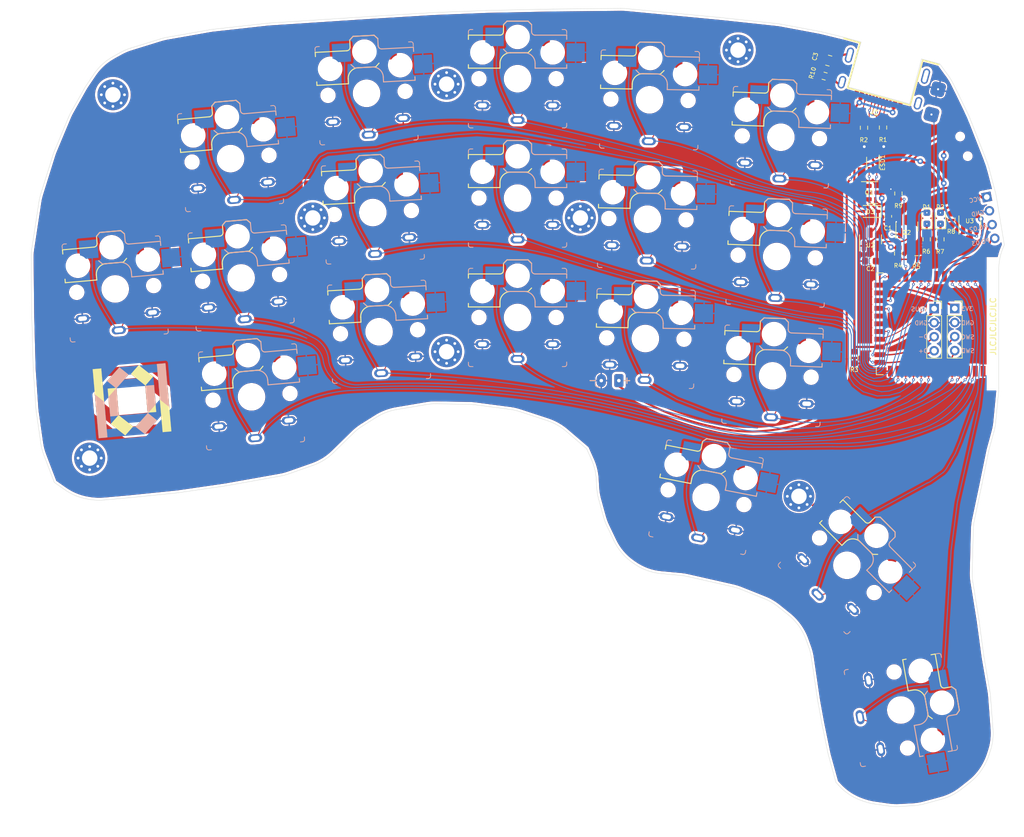
<source format=kicad_pcb>
(kicad_pcb (version 20240108) (generator "pcbnew") (generator_version "8.0")
  (title_block (title "Wubbo") (rev "v0.3") (company "cache.works"))
  (layers (0 "F.Cu" signal) (31 "B.Cu" signal) (34 "B.Paste" user) (35 "F.Paste" user) (36 "B.SilkS" user "B.Silkscreen") (37 "F.SilkS" user "F.Silkscreen") (38 "B.Mask" user) (39 "F.Mask" user) (44 "Edge.Cuts" user))
  (net 0 "")
  (net 1 "Net-(D1-K)")
  (net 2 "SWDCLK")
  (net 3 "SWDIO")
  (net 4 "VBUS")
  (net 5 "VSENSE")
  (net 6 "+BATT")
  (net 7 "RESET")
  (net 8 "+3V3")
  (net 9 "Earth")
  (net 10 "GND")
  (net 11 "USBD-")
  (net 12 "USBD+")
  (net 13 "D+")
  (net 14 "D-")
  (net 15 "/BAT+_SWITCHED")
  (net 16 "VCC_CONTROL")
  (net 17 "EXT_VCC")
  (net 18 "BLUE_LED")
  (net 19 "Net-(D2-K)")
  (net 20 "/Net-(U3-PROG)")
  (net 21 "/V-IN")
  (net 22 "SW1")
  (net 23 "SW2")
  (net 24 "SW3")
  (net 25 "SW4")
  (net 26 "SW5")
  (net 27 "SW6")
  (net 28 "SW7")
  (net 29 "SW8")
  (net 30 "SW9")
  (net 31 "SW10")
  (net 32 "/unconnected-(SW_POW1-A)")
  (net 33 "SCL")
  (net 34 "SDA")
  (net 35 "SW17")
  (net 36 "SW16")
  (net 37 "SW15")
  (net 38 "SW14")
  (net 39 "SW13")
  (net 40 "SW12")
  (net 41 "SW11")
  (net 42 "/unconnected-(U1-P0.07)")
  (net 43 "P0.03")
  (net 44 "P0.02")
  (net 45 "Net-(J1-CC2)")
  (net 46 "Net-(J1-CC1)")
  (net 47 "Net-(U3-~{CHRG})")
  (net 48 "SW18")
  (net 49 "SW19")
  (footprint "Resistor_SMD:R_0603_1608Metric" (layer "F.Cu") (at 110.05 -30.525 90)
    (property "Reference" "R9")
    (property "Value" "2M")
  )
  (footprint "kiboard_cache:PG13500-reversible" (layer "F.Cu") (at 36.092843 -10.836936 -177)
    (property "Reference" "SW12" (hide yes))
    (property "Value" "Choc" (hide yes))
  )
  (footprint "kiboard_cache:PG13500-reversible" (layer "F.Cu") (at 55.813372 -29.871818 180)
    (property "Reference" "SW8" (hide yes))
    (property "Value" "Choc" (hide yes))
  )
  (footprint "clipboard:9b7f651c-c6a4-4f53-b457-ec411c8fc700" (layer "F.Cu") (at -4.691213 -5.507578 5)
    (property "Reference" "GR1" (hide yes))
    (property "Value" "")
  )
  (footprint "Capacitor_SMD:C_0603_1608Metric" (layer "F.Cu") (at 108.575 -27.275 -90)
    (property "Reference" "C1")
    (property "Value" "1uF")
  )
  (footprint "Package_TO_SOT_SMD:SOT-666" (layer "F.Cu") (at 106.425 -34.9 -90)
    (property "Reference" "ESD1")
    (property "Value" "USBLC6-2P6")
  )
  (footprint "kiboard_cache:LED_0603_1608Metric_shinethrough" (layer "F.Cu") (at 114.1 -27 90)
    (property "Reference" "D1")
    (property "Value" "Blue LED")
  )
  (footprint "Connector_PinSocket_2.00mm:PinSocket_1x04_P2.00mm_Vertical" (layer "F.Cu") (at 118.07 -14.15)
    (property "Reference" "J2" (hide yes))
    (property "Value" "SWD")
  )
  (footprint "Package_TO_SOT_SMD:SOT-23" (layer "F.Cu") (at 106.075 -24 90)
    (property "Reference" "U2")
    (property "Value" "XC6206P LDO")
  )
  (footprint "Resistor_SMD:R_0603_1608Metric" (layer "F.Cu") (at 107.86 -39.915 -90)
    (property "Reference" "R1")
    (property "Value" "5.1K")
  )
  (footprint "kiboard_cache:PG13500-reversible" (layer "F.Cu") (at 102.71193 22.417553 135)
    (property "Reference" "SW17" (hide yes))
    (property "Value" "Choc" (hide yes))
  )
  (footprint "kiboard_cache:PG13500-reversible" (layer "F.Cu") (at 14.94 -35.49 -175)
    (property "Reference" "SW19" (hide yes))
    (property "Value" "Choc" (hide yes))
  )
  (footprint "Connector_JST:JST_PH_S2B-PH-K_1x02_P2.00mm_Horizontal" (layer "F.Cu") (at 70.24 -3.88 180)
    (property "Reference" "J4" (hide yes))
    (property "Value" "JST-BATT")
  )
  (footprint "kiboard_cache:PG13500-reversible" (layer "F.Cu") (at 74.310063 -26.869229 179)
    (property "Reference" "SW9" (hide yes))
    (property "Value" "Choc" (hide yes))
  )
  (footprint "Diode_SMD:D_SOD-323" (layer "F.Cu") (at 106.075 -27.975 180)
    (property "Reference" "D3")
    (property "Value" "D_Schottky" (hide yes))
  )
  (footprint "Resistor_SMD:R_0603_1608Metric" (layer "F.Cu") (at 110.025 -21.975 -90)
    (property "Reference" "R4")
    (property "Value" "806/820k")
  )
  (footprint "kiboard_cache:PG13500-reversible" (layer "F.Cu") (at 110.395064 43.026442 100)
    (property "Reference" "SW18" (hide yes))
    (property "Value" "Choc" (hide yes))
  )
  (footprint "Resistor_SMD:R_0603_1608Metric" (layer "F.Cu") (at 117.58 -26.83 90)
    (property "Reference" "R8")
    (property "Value" "10K")
  )
  (footprint "Capacitor_SMD:C_0603_1608Metric" (layer "F.Cu") (at 106.075 -20.9 180)
    (property "Reference" "C2")
    (property "Value" "1uF")
  )
  (footprint "nRF52840_holyiot_18010" (layer "F.Cu") (at 116.403372 -11.971818 -90)
    (property "Reference" "U1" (hide yes))
    (property "Value" "nRF52840_holyiot_18010")
  )
  (footprint "kiboard_cache:MountingHole_2.2mm_M2_Pad_Via" (layer "F.Cu") (at -1.81 -44.585)
    (property "Reference" "")
    (property "Value" "MountingHole_2.2mm_M2_Pad_Via")
  )
  (footprint "kiboard_cache:PG13500-reversible" (layer "F.Cu") (at -1.481648 -16.93531 -175)
    (property "Reference" "SW1" (hide yes))
    (property "Value" "Choc" (hide yes))
  )
  (footprint "kiboard_cache:MountingHole_2.2mm_M2_Pad_Via" (layer "F.Cu") (at 95.88 12.595)
    (property "Reference" "REF**" (hide yes))
    (property "Value" "MountingHole_2.2mm_M2_Pad_Via")
  )
  (footprint "kiboard_cache:PG13500-reversible" (layer "F.Cu") (at 17.931505 -1.568803 -175)
    (property "Reference" "SW11" (hide yes))
    (property "Value" "Choc" (hide yes))
  )
  (footprint "kiboard_cache:PG13500-reversible" (layer "F.Cu") (at 74.606754 -43.866639 179)
    (property "Reference" "SW4" (hide yes))
    (property "Value" "Choc" (hide yes))
  )
  (footprint "kiboard_cache:MountingHole_2.2mm_M2_Pad_Via" (layer "F.Cu") (at -5.12 7.155)
    (property "Reference" "")
    (property "Value" "MountingHole_2.2mm_M2_Pad_Via")
  )
  (footprint "kiboard_cache:3-4-2_micro_tact_switch" (layer "F.Cu") (at 115.648401 -45.146116 165)
    (property "Reference" "R_TACT1" (hide yes))
    (property "Value" "SW_Push")
  )
  (footprint "Resistor_SMD:R_0603_1608Metric" (layer "F.Cu") (at 112.625 -21.15)
    (property "Reference" "R5")
    (property "Value" "2M")
  )
  (footprint "kiboard_cache:PG13500-reversible" (layer "F.Cu") (at 16.449857 -18.504113 -175)
    (property "Reference" "SW6" (hide yes))
    (property "Value" "Choc" (hide yes))
  )
  (footprint "Button_Switch_SMD:SW_SPDT_PCM12" (layer "F.Cu") (at 119.075 -37.125 111)
    (property "Reference" "SW_POW1" (hide yes))
    (property "Value" "SW_SPDT")
  )
  (footprint "Resistor_SMD:R_0603_1608Metric" (layer "F.Cu") (at 105.15 -39.885 -90)
    (property "Reference" "R2")
    (property "Value" "5.1K")
  )
  (footprint "Resistor_SMD:R_0603_1608Metric" (layer "F.Cu") (at 114.07 -24 -90)
    (property "Reference" "R6")
    (property "Value" "1K")
  )
  (footprint "kiboard_cache:PG13500-reversible" (layer "F.Cu") (at 92.71666 -21.54808 178)
    (property "Reference" "SW10" (hide yes))
    (property "Value" "Choc" (hide yes))
  )
  (footprint "kiboard_cache:PG13500-reversible" (layer "F.Cu") (at 93.309951 -38.537724 178)
    (property "Reference" "SW5" (hide yes))
    (property "Value" "Choc" (hide yes))
  )
  (footprint "Package_TO_SOT_SMD:SOT-23" (layer "F.Cu") (at 106.45 -30.65)
    (property "Reference" "Q1")
    (property "Value" "AO3407")
  )
  (footprint "Resistor_SMD:R_0603_1608Metric" (layer "F.Cu") (at 116.03 -24 -90)
    (property "Reference" "R7")
    (property "Value" "1K")
  )
  (footprint "Resistor_SMD:R_0603_1608Metric" (layer "F.Cu") (at 103.775 -7.175 -90)
    (property "Reference" "R3")
    (property "Value" "100K")
  )
  (footprint "footprints:USB-C-12-Pin-MidMount" (layer "F.Cu") (at 109.053372 -50.751818 -15.5)
    (property "Reference" "J1")
    (property "Value" "USB_C_Receptacle")
  )
  (footprint "kiboard_cache:PG13500-reversible" (layer "F.Cu") (at 74.013372 -9.871818 179)
    (property "Reference" "SW14" (hide yes))
    (property "Value" "Choc" (hide yes))
  )
  (footprint "kiboard_cache:MountingHole_2.2mm_M2_Pad_Via" (layer "F.Cu") (at 87.21 -50.945)
    (property "Reference" "")
    (property "Value" "MountingHole_2.2mm_M2_Pad_Via")
  )
  (footprint "kiboard_cache:PG13500-reversible" (layer "F.Cu") (at 35.203132 -27.813638 -177)
    (property "Reference" "SW7" (hide yes))
    (property "Value" "Choc" (hide yes))
  )
  (footprint "Connector_PinHeader_2.00mm:PinHeader_1x04_P2.00mm_Vertical" (layer "F.Cu") (at 122.629056 -30.024423 11)
    (property "Reference" "J5" (hide yes))
    (property "Value" "USB")
  )
  (footprint "kiboard_cache:PG13500-reversible" (layer "F.Cu") (at 34.31342 -44.790341 -177)
    (property "Reference" "SW2" (hide yes))
    (property "Value" "Choc" (hide yes))
  )
  (footprint "kiboard_cache:PG13500-reversible" (layer "F.Cu") (at 55.813372 -12.871818 180)
    (property "Reference" "SW13" (hide yes))
    (property "Value" "Choc" (hide yes))
  )
  (footprint "Package_TO_SOT_SMD:TSOT-23-5" (layer "F.Cu") (at 120.22 -26.54 90)
    (property "Reference" "U3")
    (property "Value" "LTC4054ES5-4.2")
  )
  (footprint "kiboard_cache:PG13500-reversible" (layer "F.Cu") (at 82.656938 12.725772 169)
    (property "Reference" "SW16" (hide yes))
    (property "Value" "Choc" (hide yes))
  )
  (footprint "Connector_PinSocket_2.00mm:PinSocket_1x04_P2.00mm_Vertical" (layer "F.Cu") (at 115.14 -14.13)
    (property "Reference" "J3" (hide yes))
    (property "Value" "USB")
  )
  (footprint "Resistor_SMD:R_0603_1608Metric" (layer "F.Cu") (at 99.54 -47.24 -15.5)
    (property "Reference" "R10")
    (property "Value" "1M")
  )
  (footprint "Capacitor_SMD:C_0805_2012Metric" (layer "F.Cu") (at 100.13 -49.45 -15.5)
    (property "Reference" "C3")
    (property "Value" "4.7n")
  )
  (footprint "kiboard_cache:PG13500-reversible" (layer "F.Cu") (at 92.123368 -4.558436 178)
    (property "Reference" "SW15" (hide yes))
    (property "Value" "Choc" (hide yes))
  )
  (footprint "Package_TO_SOT_SMD:SOT-23" (layer "F.Cu") (at 111.25 -25.825 90)
    (property "Reference" "Q2")
    (property "Value" "AO3407")
  )
  (footprint "kiboard_cache:Tenting_Puck" (layer "F.Cu") (at 45.73 -27.045)
    (property "Reference" "TENT1")
    (property "Value" "Tenting Puck")
  )
  (footprint "kiboard_cache:PG13500-reversible" (layer "F.Cu") (at 55.813372 -46.871818 180)
    (property "Reference" "SW3" (hide yes))
    (property "Value" "Choc" (hide yes))
  )
  (footprint "LED_SMD:LED_0603_1608Metric" (layer "F.Cu") (at 116.04 -27 90)
    (property "Reference" "D2")
    (property "Value" "Red LED")
  )
  (footprint "clipboard:9b7f651c-c6a4-4f53-b457-ec411c8fc700" (layer "B.Cu") (at 5.669519 -6.351834 -175)
    (property "Reference" "GR2" (hide yes))
    (property "Value" "")
  )
  (gr_arc (start 104.943654 55.977885) (mid 103.090182 55.080708) (end 101.527123 53.740136) (stroke (width 0.05)) (layer "Edge.Cuts"))
  (gr_line (start 102.94 -45.69) (end 111.64 -43.29) (stroke (width 0.05)) (layer "Edge.Cuts"))
  (gr_line (start 86.423896 25.47035) (end 80.050087 24.02562) (stroke (width 0.05)) (layer "Edge.Cuts"))
  (gr_arc (start 70.521608 -56.885858) (mid 70.939537 -56.879076) (end 71.356541 -56.850474) (stroke (width 0.05)) (layer "Edge.Cuts"))
  (gr_arc (start 121.523374 30.206917) (mid 121.539326 30.310099) (end 121.55393 30.413481) (stroke (width 0.05)) (layer "Edge.Cuts"))
  (gr_line (start 116.159427 55.738072) (end 113.743664 56.392341) (stroke (width 0.05)) (layer "Edge.Cuts"))
  (gr_line (start 104.74 -52.09) (end 102.94 -45.69) (stroke (width 0.05)) (layer "Edge.Cuts"))
  (gr_line (start 20.521206 -54.801844) (end 35.622572 -55.788861) (stroke (width 0.05)) (layer "Edge.Cuts"))
  (gr_line (start 115.94 -48.99) (end 116.910556 -47.651804) (stroke (width 0.05)) (layer "Edge.Cuts"))
  (gr_line (start -10.16 10.61) (end -11.638418 6.749685) (stroke (width 0.05)) (layer "Edge.Cuts"))
  (gr_line (start 60.884594 -56.790442) (end 70.521608 -56.885858) (stroke (width 0.05)) (layer "Edge.Cuts"))
  (gr_arc (start 43.756466 -56.284906) (mid 43.840022 -56.289562) (end 43.923623 -56.293345) (stroke (width 0.05)) (layer "Edge.Cuts"))
  (gr_arc (start 60.039393 1.817998) (mid 61.464404 2.444604) (end 62.741087 3.335318) (stroke (width 0.05)) (layer "Edge.Cuts"))
  (gr_arc (start -12.351567 -29.287184) (mid -12.237392 -29.884782) (end -12.078133 -30.471975) (stroke (width 0.05)) (layer "Edge.Cuts"))
  (gr_arc (start 123.905393 2.029911) (mid 123.811354 2.704756) (end 123.660231 3.369151) (stroke (width 0.05)) (layer "Edge.Cuts"))
  (gr_line (start 124.34 -19.692284) (end 124.34 -2.87373) (stroke (width 0.05)) (layer "Edge.Cuts"))
  (gr_arc (start 76.259996 23.606296) (mid 74.23612 23.148655) (end 72.398018 22.185904) (stroke (width 0.05)) (layer "Edge.Cuts"))
  (gr_line (start 68.050987 15.522681) (end 67.364932 13.027935) (stroke (width 0.05)) (layer "Edge.Cuts"))
  (gr_arc (start -5.919577 -45.407114) (mid -5.754396 -45.686532) (end -5.578017 -45.959019) (stroke (width 0.05)) (layer "Edge.Cuts"))
  (gr_line (start 65.64 5.81) (end 62.741087 3.335318) (stroke (width 0.05)) (layer "Edge.Cuts"))
  (gr_line (start 112.108739 56.657501) (end 110.237246 56.764443) (stroke (width 0.05)) (layer "Edge.Cuts"))
  (gr_line (start 0.390405 12.814408) (end -3.064498 13.121511) (stroke (width 0.05)) (layer "Edge.Cuts"))
  (gr_arc (start 11.987751 -53.845485) (mid 12.240583 -53.885942) (end 12.494581 -53.918287) (stroke (width 0.05)) (layer "Edge.Cuts"))
  (gr_line (start 35.657433 -55.791063) (end 43.756466 -56.284906) (stroke (width 0.05)) (layer "Edge.Cuts"))
  (gr_arc (start -5.348981 13.0021) (mid -7.081963 12.517598) (end -8.662819 11.658027) (stroke (width 0.05)) (layer "Edge.Cuts"))
  (gr_arc (start 120.004606 -41.769815) (mid 120.134467 -41.487583) (end 120.253274 -41.200523) (stroke (width 0.05)) (layer "Edge.Cuts"))
  (gr_line (start 93.345251 -54.633089) (end 98.724038 -53.630264) (stroke (width 0.05)) (layer "Edge.Cuts"))
  (gr_arc (start 0.489537 12.804975) (mid 0.439986 12.809846) (end 0.390405 12.814408) (stroke (width 0.05)) (layer "Edge.Cuts"))
  (gr_line (start -1.801094 -50.017036) (end -0.79533 -50.57908) (stroke (width 0.05)) (layer "Edge.Cuts"))
  (gr_line (start -13.164416 -5.751172) (end -13.358203 -12.824416) (stroke (width 0.05)) (layer "Edge.Cuts"))
  (gr_line (start 122.265631 35.658089) (end 123.074622 40.332259) (stroke (width 0.05)) (layer "Edge.Cuts"))
  (gr_arc (start 106.65411 56.412016) (mid 105.947457 56.278412) (end 105.255658 56.081886) (stroke (width 0.05)) (layer "Edge.Cuts"))
  (gr_line (start 102.49008 -52.724127) (end 104.74 -52.09) (stroke (width 0.05)) (layer "Edge.Cuts"))
  (gr_arc (start 113.743664 56.392341) (mid 112.933082 56.567346) (end 112.108739 56.657501) (stroke (width 0.05)) (layer "Edge.Cuts"))
  (gr_arc (start 119.025258 54.295322) (mid 117.665414 55.161843) (end 116.159427 55.738072) (stroke (width 0.05)) (layer "Edge.Cuts"))
  (gr_line (start 69.536273 18.92039) (end 68.547556 16.853072) (stroke (width 0.05)) (layer "Edge.Cuts"))
  (gr_arc (start 98.564217 41.743194) (mid 98.54113 41.609814) (end 98.520303 41.476062) (stroke (width 0.05)) (layer "Edge.Cuts"))
  (gr_arc (start 86.423896 25.47035) (mid 87.032601 25.633777) (end 87.62655 25.84462) (stroke (width 0.05)) (layer "Edge.Cuts"))
  (gr_arc (start 23.248034 9.396655) (mid 22.633412 9.584942) (end 22.005658 9.723275) (stroke (width 0.05)) (layer "Edge.Cuts"))
  (gr_arc (start -3.064498 13.121511) (mid -4.057785 13.147853) (end -5.046676 13.050859) (stroke (width 0.05)) (layer "Edge.Cuts"))
  (gr_line (start 101.14 53.31) (end 100.110668 49.566974) (stroke (width 0.05)) (layer "Edge.Cuts"))
  (gr_arc (start -12.718005 0.603968) (mid -12.754521 0.309424) (end -12.780086 0.013728) (stroke (width 0.05)) (layer "Edge.Cuts"))
  (gr_line (start 122.958541 -34.137388) (end 123.847711 -30.742378) (stroke (width 0.05)) (layer "Edge.Cuts"))
  (gr_line (start -5.046676 13.050859) (end -5.348981 13.0021) (stroke (width 0.05)) (layer "Edge.Cuts"))
  (gr_line (start 121.934908 10.934186) (end 120.889424 15.900237) (stroke (width 0.05)) (layer "Edge.Cuts"))
  (gr_line (start 99.986592 49.048893) (end 99.157562 44.995861) (stroke (width 0.05)) (layer "Edge.Cuts"))
  (gr_line (start 98.520303 41.476062) (end 97.655982 35.59868) (stroke (width 0.05)) (layer "Edge.Cuts"))
  (gr_line (start 5.933445 -52.777079) (end 11.987751 -53.845485) (stroke (width 0.05)) (layer "Edge.Cuts"))
  (gr_line (start 26.663076 8.198395) (end 23.248034 9.396655) (stroke (width 0.05)) (layer "Edge.Cuts"))
  (gr_line (start 94.386868 29.498943) (end 92.972973 28.360929) (stroke (width 0.05)) (layer "Edge.Cuts"))
  (gr_arc (start -0.79533 -50.57908) (mid -0.042587 -50.949346) (end 0.74479 -51.238753) (stroke (width 0.05)) (layer "Edge.Cuts"))
  (gr_line (start 101.527123 53.740136) (end 101.14 53.31) (stroke (width 0.05)) (layer "Edge.Cuts"))
  (gr_line (start 123.16079 48.800877) (end 122.971229 49.390621) (stroke (width 0.05)) (layer "Edge.Cuts"))
  (gr_arc (start 118.616769 -44.636461) (mid 118.639848 -44.589926) (end 118.662625 -44.543242) (stroke (width 0.05)) (layer "Edge.Cuts"))
  (gr_line (start 66.337178 7.365243) (end 65.64 5.81) (stroke (width 0.05)) (layer "Edge.Cuts"))
  (gr_line (start -13.362633 -22.631001) (end -12.351567 -29.287184) (stroke (width 0.05)) (layer "Edge.Cuts"))
  (gr_line (start 14.110211 11.12881) (end 7.509544 12.085428) (stroke (width 0.05)) (layer "Edge.Cuts"))
  (gr_arc (start -13.358203 -12.824416) (mid -13.359731 -12.890005) (end -13.360721 -12.955604) (stroke (width 0.05)) (layer "Edge.Cuts"))
  (gr_line (start 0.74479 -51.238753) (end 4.961277 -52.542031) (stroke (width 0.05)) (layer "Edge.Cuts"))
  (gr_arc (start 4.961277 -52.542031) (mid 5.443684 -52.674762) (end 5.933445 -52.777079) (stroke (width 0.05)) (layer "Edge.Cuts"))
  (gr_line (start 99.153427 -53.537945) (end 102.49008 -52.724127) (stroke (width 0.05)) (layer "Edge.Cuts"))
  (gr_line (start 22.005658 9.723275) (end 14.369104 11.086946) (stroke (width 0.05)) (layer "Edge.Cuts"))
  (gr_arc (start 122.669506 -35.025708) (mid 122.827001 -34.585771) (end 122.958541 -34.137388) (stroke (width 0.05)) (layer "Edge.Cuts"))
  (gr_line (start 12.494581 -53.918287) (end 20.159517 -54.769946) (stroke (width 0.05)) (layer "Edge.Cuts"))
  (gr_line (start 123.660231 3.369151) (end 123.008366 5.759325) (stroke (width 0.05)) (layer "Edge.Cuts"))
  (gr_arc (start 97.270667 34.059714) (mid 97.501571 34.819621) (end 97.655982 35.59868) (stroke (width 0.05)) (layer "Edge.Cuts"))
  (gr_line (start 125.14 -23.19) (end 125.029507 -22.941392) (stroke (width 0.05)) (layer "Edge.Cuts"))
  (gr_line (start 105.255658 56.081886) (end 104.943654 55.977885) (stroke (width 0.05)) (layer "Edge.Cuts"))
  (gr_arc (start 123.847711 -30.742378) (mid 123.931894 -30.388267) (end 123.999884 -30.030694) (stroke (width 0.05)) (layer "Edge.Cuts"))
  (gr_arc (start 120.65918 24.848917) (mid 120.574864 24.107674) (end 120.559952 23.361799) (stroke (width 0.05)) (layer "Edge.Cuts"))
  (gr_arc (start 116.910556 -47.651804) (mid 117.402289 -46.965872) (end 117.819024 -46.231953) (stroke (width 0.05)) (layer "Edge.Cuts"))
  (gr_arc (start 68.547556 16.853072) (mid 68.269694 16.198916) (end 68.050987 15.522681) (stroke (width 0.05)) (layer "Edge.Cuts"))
  (gr_arc (start 123.521703 45.748474) (mid 123.489219 47.292172) (end 123.16079 48.800877) (stroke (width 0.05)) (layer "Edge.Cuts"))
  (gr_line (start 32.419979 3.616829) (end 29.610078 6.366945) (stroke (width 0.05)) (layer "Edge.Cuts"))
  (gr_arc (start 122.322849 50.874776) (mid 121.413643 52.20337) (end 120.256838 53.323022) (stroke (width 0.05)) (layer "Edge.Cuts"))
  (gr_line (start 120.720665 17.335063) (end 120.559952 23.361799) (stroke (width 0.05)) (layer "Edge.Cuts"))
  (gr_line (start 67.091605 11.363082) (end 67.024074 10.181291) (stroke (width 0.05)) (layer "Edge.Cuts"))
  (gr_line (start -10.116073 -36.634174) (end -8.141576 -41.355797) (stroke (width 0.05)) (layer "Edge.Cuts"))
  (gr_line (start 120.256838 53.323022) (end 119.025258 54.295322) (stroke (width 0.05)) (layer "Edge.Cuts"))
  (gr_arc (start 123.074622 40.332259) (mid 123.13089 40.71113) (end 123.168959 41.092261) (stroke (width 0.05)) (layer "Edge.Cuts"))
  (gr_arc (start 120.720665 17.335063) (mid 120.772589 16.613833) (end 120.889424 15.900237) (stroke (width 0.05)) (layer "Edge.Cuts"))
  (gr_arc (start 14.369104 11.086946) (mid 14.239829 11.108939) (end 14.110211 11.12881) (stroke (width 0.05)) (layer "Edge.Cuts"))
  (gr_arc (start 35.622572 -55.788861) (mid 35.640001 -55.789981) (end 35.657433 -55.791063) (stroke (width 0.05)) (layer "Edge.Cuts"))
  (gr_arc (start 98.724038 -53.630264) (mid 98.939366 -53.587052) (end 99.153427 -53.537945) (stroke (width 0.05)) (layer "Edge.Cuts"))
  (gr_line (start -12.08716 5.019878) (end -12.718005 0.603968) (stroke (width 0.05)) (layer "Edge.Cuts"))
  (gr_line (start 120.253274 -41.200523) (end 122.669506 -35.025708) (stroke (width 0.05)) (layer "Edge.Cuts"))
  (gr_arc (start 20.159517 -54.769946) (mid 20.340181 -54.787947) (end 20.521206 -54.801844) (stroke (width 0.05)) (layer "Edge.Cuts"))
  (gr_arc (start 100.110668 49.566974) (mid 100.044316 49.308967) (end 99.986592 49.048893) (stroke (width 0.05)) (layer "Edge.Cuts"))
  (gr_line (start 72.398018 22.185904) (end 72.153784 22.01428) (stroke (width 0.05)) (layer "Edge.Cuts"))
  (gr_line (start -13.360721 -12.955604) (end -13.452876 -21.341685) (stroke (width 0.05)) (layer "Edge.Cuts"))
  (gr_arc (start 7.509544 12.085428) (mid 7.339777 12.108179) (end 7.169561 12.127291) (stroke (width 0.05)) (layer "Edge.Cuts"))
  (gr_line (start 7.169561 12.127291) (end 0.489537 12.804975) (stroke (width 0.05)) (layer "Edge.Cuts"))
  (gr_arc (start 122.888044 6.264583) (mid 122.944103 6.010977) (end 123.008366 5.759325) (stroke (width 0.05)) (layer "Edge.Cuts"))
  (gr_line (start 99.124323 44.823775) (end 98.564217 41.743194) (stroke (width 0.05)) (layer "Edge.Cuts"))
  (gr_line (start 123.999884 -30.030694) (end 125.14 -23.19) (stroke (width 0.05)) (layer "Edge.Cuts"))
  (gr_line (start -12.078133 -30.471975) (end -10.371273 -35.933925) (stroke (width 0.05)) (layer "Edge.Cuts"))
  (gr_line (start 113.34 -49.69) (end 115.94 -48.99) (stroke (width 0.05)) (layer "Edge.Cuts"))
  (gr_line (start 108.649478 56.697068) (end 106.65411 56.412016) (stroke (width 0.05)) (layer "Edge.Cuts"))
  (gr_line (start 90.928022 27.165209) (end 87.62655 25.84462) (stroke (width 0.05)) (layer "Edge.Cuts"))
  (gr_line (start 48.886929 -0.497812) (end 44.281532 -0.577215) (stroke (width 0.05)) (layer "Edge.Cuts"))
  (gr_line (start 60.039393 1.817998) (end 56.150631 0.542994) (stroke (width 0.05)) (layer "Edge.Cuts"))
  (gr_arc (start 122.265631 35.658089) (mid 122.241396 35.509785) (end 122.219949 35.361053) (stroke (width 0.05)) (layer "Edge.Cuts"))
  (gr_arc (start 42.808756 -0.466251) (mid 43.542578 -0.55579) (end 44.281532 -0.577215) (stroke (width 0.05)) (layer "Edge.Cuts"))
  (gr_arc (start 67.364932 13.027935) (mid 67.184258 12.202734) (end 67.091605 11.363082) (stroke (width 0.05)) (layer "Edge.Cuts"))
  (gr_arc (start -13.149094 -5.429137) (mid -13.158377 -5.590077) (end -13.164416 -5.751172) (stroke (width 0.05)) (layer "Edge.Cuts"))
  (gr_arc (start -13.452876 -21.341685) (mid -13.433835 -21.988168) (end -13.362633 -22.631001) (stroke (width 0.05)) (layer "Edge.Cuts"))
  (gr_line (start 111.64 -43.29) (end 113.34 -49.69) (stroke (width 0.05)) (layer "Edge.Cuts"))
  (gr_line (start 84.688238 -55.584832) (end 92.731256 -54.72308) (stroke (width 0.05)) (layer "Edge.Cuts"))
  (gr_arc (start -4.52479 -47.515963) (mid -3.309433 -48.92603) (end -1.801094 -50.017036) (stroke (width 0.05)) (layer "Edge.Cuts"))
  (gr_line (start 117.819024 -46.231953) (end 118.616769 -44.636461) (stroke (width 0.05)) (layer "Edge.Cuts"))
  (gr_line (start -5.578017 -45.959019) (end -4.52479 -47.515963) (stroke (width 0.05)) (layer "Edge.Cuts"))
  (gr_line (start 42.808756 -0.466251) (end 38.601849 0.245687) (stroke (width 0.05)) (layer "Edge.Cuts"))
  (gr_arc (start 79.019201 23.861778) (mid 79.537319 23.926867) (end 80.050087 24.02562) (stroke (width 0.05)) (layer "Edge.Cuts"))
  (gr_line (start 43.923623 -56.293345) (end 51.264342 -56.586974) (stroke (width 0.05)) (layer "Edge.Cuts"))
  (gr_arc (start 32.419979 3.616829) (mid 33.069007 3.046869) (end 33.775693 2.550192) (stroke (width 0.05)) (layer "Edge.Cuts"))
  (gr_arc (start 94.386868 29.498943) (mid 95.887074 31.090133) (end 96.90035 33.028117) (stroke (width 0.05)) (layer "Edge.Cuts"))
  (gr_line (start 123.168959 41.092261) (end 123.521703 45.748474) (stroke (width 0.05)) (layer "Edge.Cuts"))
  (gr_line (start 79.019201 23.861778) (end 76.259996 23.606296) (stroke (width 0.05)) (layer "Edge.Cuts"))
  (gr_line (start 121.55393 30.413481) (end 122.219949 35.361053) (stroke (width 0.05)) (layer "Edge.Cuts"))
  (gr_arc (start 124.34 -2.87373) (mid 124.330813 -2.49044) (end 124.303272 -2.108031) (stroke (width 0.05)) (layer "Edge.Cuts"))
  (gr_line (start 97.270667 34.059714) (end 96.90035 33.028117) (stroke (width 0.05)) (layer "Edge.Cuts"))
  (gr_arc (start 84.591702 -55.594583) (mid 84.639985 -55.589854) (end 84.688238 -55.584832) (stroke (width 0.05)) (layer "Edge.Cuts"))
  (gr_arc (start 110.237246 56.764443) (mid 109.441685 56.770279) (end 108.649478 56.697068) (stroke (width 0.05)) (layer "Edge.Cuts"))
  (gr_line (start 51.415702 -56.591594) (end 60.795414 -56.789061) (stroke (width 0.05)) (layer "Edge.Cuts"))
  (gr_arc (start -11.638418 6.749685) (mid -11.911242 5.897351) (end -12.08716 5.019878) (stroke (width 0.05)) (layer "Edge.Cuts"))
  (gr_line (start 54.698497 0.212754) (end 49.789291 -0.431077) (stroke (width 0.05)) (layer "Edge.Cuts"))
  (gr_arc (start 66.337178 7.365243) (mid 66.809233 8.741897) (end 67.024074 10.181291) (stroke (width 0.05)) (layer "Edge.Cuts"))
  (gr_arc (start 121.944942 10.885783) (mid 121.939962 10.909992) (end 121.934908 10.934186) (stroke (width 0.05)) (layer "Edge.Cuts"))
  (gr_arc (start -8.141576 -41.355797) (mid -7.947575 -41.783923) (end -7.728765 -42.199917) (stroke (width 0.05)) (layer "Edge.Cuts"))
  (gr_arc (start 122.971229 49.390621) (mid 122.707276 50.095965) (end 122.378166 50.773362) (stroke (width 0.05)) (layer "Edge.Cuts"))
  (gr_line (start 118.662625 -44.543242) (end 120.004606 -41.769815) (stroke (width 0.05)) (layer "Edge.Cuts"))
  (gr_line (start -7.728765 -42.199917) (end -5.919577 -45.407114) (stroke (width 0.05)) (layer "Edge.Cuts"))
  (gr_arc (start 99.157562 44.995861) (mid 99.140471 44.909909) (end 99.124323 44.823775) (stroke (width 0.05)) (layer "Edge.Cuts"))
  (gr_arc (start 92.731256 -54.72308) (mid 93.039126 -54.68404) (end 93.345251 -54.633089) (stroke (width 0.05)) (layer "Edge.Cuts"))
  (gr_line (start 122.888044 6.264583) (end 121.944942 10.885783) (stroke (width 0.05)) (layer "Edge.Cuts"))
  (gr_line (start 122.378166 50.773362) (end 122.322849 50.874776) (stroke (width 0.05)) (layer "Edge.Cuts"))
  (gr_arc (start 29.610078 6.366945) (mid 28.237064 7.444364) (end 26.663076 8.198395) (stroke (width 0.05)) (layer "Edge.Cuts"))
  (gr_arc (start 124.34 -19.692284) (mid 124.514272 -21.353017) (end 125.029507 -22.941392) (stroke (width 0.05)) (layer "Edge.Cuts"))
  (gr_arc (start 72.153784 22.01428) (mid 70.645871 20.635827) (end 69.536273 18.92039) (stroke (width 0.05)) (layer "Edge.Cuts"))
  (gr_arc (start -10.371273 -35.933925) (mid -10.251832 -36.287023) (end -10.116073 -36.634174) (stroke (width 0.05)) (layer "Edge.Cuts"))
  (gr_arc (start 54.698497 0.212754) (mid 55.432265 0.344012) (end 56.150631 0.542994) (stroke (width 0.05)) (layer "Edge.Cuts"))
  (gr_line (start 35.696724 1.349548) (end 33.775693 2.550192) (stroke (width 0.05)) (layer "Edge.Cuts"))
  (gr_line (start 124.303272 -2.108031) (end 123.905393 2.029911) (stroke (width 0.05)) (layer "Edge.Cuts"))
  (gr_line (start 71.356541 -56.850474) (end 84.591702 -55.594583) (stroke (width 0.05)) (layer "Edge.Cuts"))
  (gr_line (start -12.780086 0.013728) (end -13.149094 -5.429137) (stroke (width 0.05)) (layer "Edge.Cuts"))
  (gr_arc (start 48.886929 -0.497812) (mid 49.339054 -0.477212) (end 49.789291 -0.431077) (stroke (width 0.05)) (layer "Edge.Cuts"))
  (gr_line (start -8.662819 11.658027) (end -10.16 10.61) (stroke (width 0.05)) (layer "Edge.Cuts"))
  (gr_arc (start 51.264342 -56.586974) (mid 51.340011 -56.589642) (end 51.415702 -56.591594) (stroke (width 0.05)) (layer "Edge.Cuts"))
  (gr_line (start 120.65918 24.848917) (end 121.523374 30.206917) (stroke (width 0.05)) (layer "Edge.Cuts"))
  (gr_arc (start 35.696724 1.349548) (mid 37.095169 0.655191) (end 38.601849 0.245687) (stroke (width 0.05)) (layer "Edge.Cuts"))
  (gr_arc (start 60.795414 -56.789061) (mid 60.840002 -56.789875) (end 60.884594 -56.790442) (stroke (width 0.05)) (layer "Edge.Cuts"))
  (gr_arc (start 90.928022 27.165209) (mid 91.995 27.68696) (end 92.972973 28.360929) (stroke (width 0.05)) (layer "Edge.Cuts"))
  (gr_text "P0.03" (at 121.78 -23.58 11) (layer "B.SilkS") (effects (font (size 0.6 0.6) (thickness 0.1)) (justify mirror)))
  (gr_text "SWD" (at 119.94 -8.12 0) (layer "B.SilkS") (effects (font (size 0.6 0.6) (thickness 0.1)) (justify mirror)))
  (gr_text "GND" (at 113.28 -12.08 0) (layer "B.SilkS") (effects (font (size 0.6 0.6) (thickness 0.1)) (justify mirror)))
  (gr_text "P0.02" (at 121.43 -25.59 11) (layer "B.SilkS") (effects (font (size 0.6 0.6) (thickness 0.1)) (justify mirror)))
  (gr_text "D-" (at 113.57 -10.14 0) (layer "B.SilkS") (effects (font (size 0.6 0.6) (thickness 0.1)) (justify mirror)))
  (gr_text "GND" (at 121.35 -27.67 11) (layer "B.SilkS") (effects (font (size 0.6 0.6) (thickness 0.1)) (justify mirror)))
  (gr_text "SWC" (at 119.94 -10.08 0) (layer "B.SilkS") (effects (font (size 0.6 0.6) (thickness 0.1)) (justify mirror)))
  (gr_text "VBUS" (at 113.01 -14.05 0) (layer "B.SilkS") (effects (font (size 0.6 0.6) (thickness 0.1)) (justify mirror)))
  (gr_text "VCC" (at 120.98 -29.64 11) (layer "B.SilkS") (effects (font (size 0.6 0.6) (thickness 0.1)) (justify mirror)))
  (gr_text "3V3" (at 119.84 -14.11 0) (layer "B.SilkS") (effects (font (size 0.6 0.6) (thickness 0.1)) (justify mirror)))
  (gr_text "GND" (at 119.92 -12.09 0) (layer "B.SilkS") (effects (font (size 0.6 0.6) (thickness 0.1)) (justify mirror)))
  (gr_text "D+" (at 113.56 -8.11 0) (layer "B.SilkS") (effects (font (size 0.6 0.6) (thickness 0.1)) (justify mirror)))
  (gr_text "JLCJLCJLCJLC" (at 123.54 -11.6 90) (layer "F.SilkS") (effects (font (size 0.8 0.8))))
  (segment (start 114.1 -26.2725) (end 114.07 -24.915) (width 0.3) (layer "F.Cu") (net 1))
  (arc (start 115.696298 -5.65408) (mid 116.57 -8) (end 117.926298 -10.10408) (width 0.2) (layer "F.Cu") (net 2))
  (arc (start 118.04 -8.07) (mid 117.429736 -6.735729) (end 116.54 -5.57) (width 0.2) (layer "F.Cu") (net 3))
  (segment (start 103.775 -27.976433) (end 103.775 -30.275) (width 0.3) (layer "F.Cu") (net 4))
  (segment (start 103.853182 -8.671818) (end 103.775 -8.75) (width 0.3) (layer "F.Cu") (net 4))
  (segment (start 103.775 -31.6) (end 103.775 -34.75) (width 0.3) (layer "F.Cu") (net 4))
  (segment (start 121.78 -27.07) (end 121.78 -26.9) (width 0.3) (layer "F.Cu") (net 4))
  (segment (start 105.5125 -31.6) (end 103.775 -31.6) (width 0.25) (layer "F.Cu") (net 4))
  (segment (start 103.775 -8.75) (end 103.775 -27.976433) (width 0.3) (layer "F.Cu") (net 4))
  (segment (start 107.403372 -8.671818) (end 103.853182 -8.671818) (width 0.3) (layer "F.Cu") (net 4))
  (segment (start 106.425 -33.95) (end 106.425 -34.624022) (width 0.3) (layer "F.Cu") (net 4))
  (segment (start 121.19 -27.66) (end 121.78 -27.07) (width 0.3) (layer "F.Cu") (net 4))
  (segment (start 103.775 -34.75) (end 103.775 -41.921573) (width 0.3) (layer "F.Cu") (net 4))
  (segment (start 104.360787 -43.335787) (end 104.5 -43.475) (width 0.3) (layer "F.Cu") (net 4))
  (segment (start 105.025 -27.975) (end 103.775 -27.976433) (width 0.25) (layer "F.Cu") (net 4))
  (segment (start 106.299022 -34.75) (end 103.775 -34.75) (width 0.3) (layer "F.Cu") (net 4))
  (segment (start 103.775 -30.275) (end 103.775 -31.6) (width 0.3) (layer "F.Cu") (net 4))
  (segment (start 109.225 -42.075) (end 109.480797 -43.125218) (width 0.3) (layer "F.Cu") (net 4))
  (segment (start 104.759008 -44.434686) (end 104.5 -43.475) (width 0.3) (layer "F.Cu") (net 4))
  (segment (start 106.425 -34.624022) (end 106.299022 -34.75) (width 0.3) (layer "F.Cu") (net 4))
  (segment (start 103.775 -8.75) (end 103.775 -8) (width 0.25) (layer "F.Cu") (net 4))
  (via (at 109.225 -42.075) (size 0.8) (drill 0.4) (layers "F.Cu" "B.Cu") (net 4))
  (via (at 104.5 -43.475) (size 0.8) (drill 0.4) (layers "F.Cu" "B.Cu") (net 4))
  (via (at 121.78 -26.9) (size 0.8) (drill 0.4) (layers "F.Cu" "B.Cu") (net 4))
  (arc (start 103.775 -41.921573) (mid 103.927241 -42.68694) (end 104.360787 -43.335787) (width 0.3) (layer "F.Cu") (net 4))
  (arc (start 115.23 -14.01) (mid 111.599332 -10.716793) (end 107.15 -8.66) (width 0.3) (layer "F.Cu") (net 4))
  (arc (start 116.29 -28.01) (mid 118.774839 -28.912708) (end 121.24 -27.95) (width 0.3) (layer "F.Cu") (net 4))
  (segment (start 104.5 -43.475) (end 109.225 -42.075) (width 0.3) (layer "B.Cu") (net 4))
  (arc (start 121.82 -26.95) (mid 121.817285 -24.112439) (end 119.98 -21.95) (width 0.3) (layer "B.Cu") (net 4))
  (arc (start 115.21 -14.39) (mid 116.61945 -18.785525) (end 119.98 -21.95) (width 0.3) (layer "B.Cu") (net 4))
  (segment (start 110.003372 -18.721818) (end 110 -21) (width 0.25) (layer "F.Cu") (net 5))
  (segment (start 110.025 -21.15) (end 111.8 -21.15) (width 0.2) (layer "F.Cu") (net 5))
  (segment (start 113.13 -35.14) (end 113.269508 -35.093767) (width 0.3) (layer "F.Cu") (net 6))
  (segment (start 102.69 -6.97) (end 102.69 -31.23) (width 0.3) (layer "F.Cu") (net 6))
  (segment (start 121.19 -24.44) (end 121.17 -25.4025) (width 0.3) (layer "F.Cu") (net 6))
  (via (at 121.19 -24.44) (size 0.4) (drill 0.2) (layers "F.Cu" "B.Cu") (net 6))
  (via (at 116.51 -31.98) (size 0.8) (drill 0.4) (layers "F.Cu" "B.Cu") (net 6))
  (via (at 116.5 -35.9) (size 0.8) (drill 0.4) (layers "F.Cu" "B.Cu") (net 6))
  (via (at 103.19 -32.53) (size 0.4) (drill 0.2) (layers "F.Cu" "B.Cu") (net 6))
  (via (at 113.16 -35.12) (size 0.8) (drill 0.4) (layers "F.Cu" "B.Cu") (net 6))
  (arc (start 83.55 2.68) (mid 76.495905 0.4075) (end 70.04 -3.23) (width 0.3) (layer "F.Cu") (net 6))
  (arc (start 102.69 -6.97) (mid 101.155696 -1.547563) (end 96.78 2) (width 0.3) (layer "F.Cu") (net 6))
  (arc (start 113.269508 -35.093767) (mid 115.20376 -33.9087) (end 116.412099 -31.9889) (width 0.3) (layer "F.Cu") (net 6))
  (arc (start 116.5 -35.89) (mid 116.693766 -36.71453) (end 117.35 -37.25) (width 0.3) (layer "F.Cu") (net 6))
  (arc (start 102.69 -31.23) (mid 102.802317 -31.930011) (end 103.18 -32.53) (width 0.3) (layer "F.Cu") (net 6))
  (arc (start 96.78 2) (mid 90.180202 3.341655) (end 83.48 2.66) (width 0.3) (layer "F.Cu") (net 6))
  (segment (start 116.475 -32.015) (end 116.475 -35.399692) (width 0.3) (layer "B.Cu") (net 6))
  (segment (start 116.51 -31.98) (end 116.475 -32.015) (width 0.3) (layer "B.Cu") (net 6))
  (segment (start 116.475 -31.945) (end 116.475 -29.917641) (width 0.3) (layer "B.Cu") (net 6))
  (segment (start 116.51 -31.98) (end 116.475 -31.945) (width 0.3) (layer "B.Cu") (net 6))
  (segment (start 116.475 -35.399692) (end 116.5 -35.9) (width 0.3) (layer "B.Cu") (net 6))
  (arc (start 121.2 -24.44) (mid 117.855644 -26.354283) (end 116.47 -29.95) (width 0.3) (layer "B.Cu") (net 6))
  (arc (start 103.16 -32.5) (mid 107.745625 -35.390569) (end 113.16 -35.13) (width 0.3) (layer "B.Cu") (net 6))
  (segment (start 107.403372 -9.771818) (end 108.040227 -9.960151) (width 0.13) (layer "F.Cu") (net 7))
  (segment (start 113.070238 -13.374805) (end 113.51 -13.935) (width 0.13) (layer "F.Cu") (net 7))
  (via (at 113.51 -13.935) (size 0.4) (drill 0.2) (layers "F.Cu" "B.Cu") (net 7))
  (arc (start 113.070238 -13.374805) (mid 110.821015 -11.275962) (end 108.040227 -9.960151) (width 0.13) (layer "F.Cu") (net 7))
  (segment (start 113.51 -13.935) (end 114.041715 -14.901488) (width 0.13) (layer "B.Cu") (net 7))
  (segment (start 115.121046 -41.363549) (end 114.696039 -41.788556) (width 0.13) (layer "B.Cu") (net 7))
  (segment (start 115.278919 -19.876609) (end 115.121046 -30.066581) (width 0.13) (layer "B.Cu") (net 7))
  (segment (start 115.121046 -30.066581) (end 115.121046 -41.363549) (width 0.13) (layer "B.Cu") (net 7))
  (arc (start 115.278919 -19.876609) (mid 114.984555 -17.308418) (end 114.041715 -14.901488) (width 0.13) (layer "B.Cu") (net 7))
  (segment (start 106.85 -20.9) (end 107.403372 -20.346628) (width 0.25) (layer "F.Cu") (net 8))
  (segment (start 110.159073 -23.675) (end 108.465927 -23.675) (width 0.2) (layer "F.Cu") (net 8))
  (segment (start 107.403372 -20.346628) (end 107.403372 -17.471818) (width 0.25) (layer "F.Cu") (net 8))
  (segment (start 107.025 -21.075) (end 106.85 -20.9) (width 0.25) (layer "F.Cu") (net 8))
  (segment (start 107.051713 -23.089213) (end 107.025 -23.0625) (width 0.2) (layer "F.Cu") (net 8))
  (segment (start 112.2 -24.8875) (end 111.573286 -24.260786) (width 0.2) (layer "F.Cu") (net 8))
  (segment (start 107.025 -23.0625) (end 107.025 -21.075) (width 0.25) (layer "F.Cu") (net 8))
  (arc (start 111.573286 -24.260786) (mid 110.92444 -23.827241) (end 110.159073 -23.675) (width 0.2) (layer "F.Cu") (net 8))
  (arc (start 107.051713 -23.089213) (mid 107.70056 -23.522759) (end 108.465927 -23.675) (width 0.2) (layer "F.Cu") (net 8))
  (arc (start 107.62 -17.36) (mid 112.86232 -16.502049) (end 117.79 -14.51) (width 0.25) (layer "F.Cu") (net 8))
  (arc (start 101.73 -46) (mid 100.598969 -48.600089) (end 102.83 -50.35) (width 0.3) (layer "F.Cu") (net 9))
  (segment (start 106.425 -35.330438) (end 106.905438 -34.85) (width 0.3) (layer "F.Cu") (net 10))
  (segment (start 108.65 -26.425) (end 108.575 -26.5) (width 0.25) (layer "F.Cu") (net 10))
  (segment (start 105.125 -21.075) (end 105.3 -20.9) (width 0.25) (layer "F.Cu") (net 10))
  (segment (start 108.75 -26.425) (end 108.65 -26.425) (width 0.25) (layer "F.Cu") (net 10))
  (segment (start 108.575 -26.5) (end 109.75 -26.5) (width 0.25) (layer "F.Cu") (net 10))
  (segment (start 106.905438 -34.85) (end 108.05 -34.85) (width 0.3) (layer "F.Cu") (net 10))
  (segment (start 106.425 -35.8) (end 106.425 -35.330438) (width 0.3) (layer "F.Cu") (net 10))
  (segment (start 109.175 -31.35) (end 108.975 -31.15) (width 0.2) (layer "F.Cu") (net 10))
  (segment (start 105.125 -23.0625) (end 105.125 -21.075) (width 0.25) (layer "F.Cu") (net 10))
  (segment (start 110.05 -31.35) (end 109.175 -31.35) (width 0.2) (layer "F.Cu") (net 10))
  (via (at 109.75 -26.5) (size 0.4) (drill 0.2) (layers "F.Cu" "B.Cu") (net 10))
  (via (at 105.19 -37.195) (size 0.8) (drill 0.4) (layers "F.Cu" "B.Cu") (net 10))
  (via (at 107.96 -37.205) (size 0.8) (drill 0.4) (layers "F.Cu" "B.Cu") (net 10))
  (via (at 108.975 -31.15) (size 0.4) (drill 0.2) (layers "F.Cu" "B.Cu") (net 10))
  (arc (start 108.848 -26.557) (mid 107.261576 -24.538413) (end 105.038 -23.255) (width 0.2) (layer "F.Cu") (net 10))
  (segment (start 105.2 -37.205) (end 107.96 -37.205) (width 0.3) (layer "B.Cu") (net 10))
  (segment (start 105.19 -37.195) (end 105.2 -37.205) (width 0.3) (layer "B.Cu") (net 10))
  (segment (start 106.93 -41.125) (end 106.96 -35.725) (width 0.13) (layer "F.Cu") (net 11))
  (segment (start 106.88 -43.845) (end 106.42 -42.305) (width 0.13) (layer "F.Cu") (net 11))
  (segment (start 106.93 -41.105) (end 106.93 -41.595) (width 0.13) (layer "F.Cu") (net 11))
  (segment (start 107.84 -43.585) (end 107.39 -42.035) (width 0.13) (layer "F.Cu") (net 11))
  (arc (start 107.38 -42.005) (mid 106.731735 -41.616552) (end 106.42 -42.305) (width 0.13) (layer "F.Cu") (net 11))
  (segment (start 106.39718 -43.98038) (end 105.95 -42.375) (width 0.13) (layer "F.Cu") (net 12))
  (segment (start 106.925 -42.1) (end 107.36081 -43.713142) (width 0.13) (layer "F.Cu") (net 12))
  (segment (start 105.89 -40.095) (end 105.89 -42.375) (width 0.13) (layer "F.Cu") (net 12))
  (segment (start 105.89 -40.095) (end 105.89 -35.725) (width 0.13) (layer "F.Cu") (net 12))
  (via (at 106.925 -42.1) (size 0.4) (drill 0.2) (layers "F.Cu" "B.Cu") (net 12))
  (via (at 105.95 -42.375) (size 0.4) (drill 0.2) (layers "F.Cu" "B.Cu") (net 12))
  (arc (start 106.93 -42.115) (mid 106.291387 -41.69032) (end 105.94 -42.375) (width 0.13) (layer "B.Cu") (net 12))
  (segment (start 105.8875 -34.025) (end 105.8875 -32.9625) (width 0.13) (layer "F.Cu") (net 13))
  (segment (start 106.4 -6.5) (end 107.37519 -6.5) (width 0.13) (layer "F.Cu") (net 13))
  (segment (start 107.37519 -6.5) (end 107.403372 -6.471818) (width 0.13) (layer "F.Cu") (net 13))
  (segment (start 105.8875 -32.9625) (end 105.9 -32.95) (width 0.13) (layer "F.Cu") (net 13))
  (segment (start 107.403372 -6.471818) (end 107.47575 -6.471818) (width 0.13) (layer "F.Cu") (net 13))
  (via (at 105.9 -32.95) (size 0.4) (drill 0.2) (layers "F.Cu" "B.Cu") (net 13))
  (via (at 106.4 -6.5) (size 0.4) (drill 0.2) (layers "F.Cu" "B.Cu") (net 13))
  (arc (start 115.04 -8.12) (mid 111.371437 -6.783303) (end 107.48 -6.45) (width 0.2) (layer "F.Cu") (net 13))
  (segment (start 105.9 -32.95) (end 105.9 -7.17) (width 0.13) (layer "B.Cu") (net 13))
  (arc (start 106.21 -6.54) (mid 105.975315 -6.810151) (end 105.9 -7.16) (width 0.13) (layer "B.Cu") (net 13))
  (segment (start 107.381554 -7.55) (end 107.403372 -7.571818) (width 0.13) (layer "F.Cu") (net 14))
  (segment (start 106.9625 -32.9125) (end 106.95 -32.9) (width 0.13) (layer "F.Cu") (net 14))
  (segment (start 106.921818 -7.571818) (end 108.07575 -7.571818) (width 0.13) (layer "F.Cu") (net 14))
  (segment (start 106.3645 -7.55) (end 107.381554 -7.55) (width 0.13) (layer "F.Cu") (net 14))
  (segment (start 106.9625 -34.025) (end 106.9625 -32.9125) (width 0.13) (layer "F.Cu") (net 14))
  (via (at 106.95 -32.9) (size 0.4) (drill 0.2) (layers "F.Cu" "B.Cu") (net 14))
  (via (at 106.4 -7.55) (size 0.4) (drill 0.2) (layers "F.Cu" "B.Cu") (net 14))
  (arc (start 114.92 -9.89) (mid 111.389515 -8.037454) (end 107.43292 -7.56917) (width 0.2) (layer "F.Cu") (net 14))
  (segment (start 106.825 -9.785) (end 106.825 -32.775) (width 0.13) (layer "B.Cu") (net 14))
  (segment (start 106.825 -32.775) (end 106.95 -32.9) (width 0.13) (layer "B.Cu") (net 14))
  (arc (start 106.83 -9.82) (mid 106.724679 -8.656223) (end 106.32 -7.56) (width 0.13) (layer "B.Cu") (net 14))
  (segment (start 108.975 -22.875) (end 109.117823 -22.844395) (width 0.25) (layer "F.Cu") (net 15))
  (segment (start 107.675 -29.85) (end 107.3875 -30.65) (width 0.25) (layer "F.Cu") (net 15))
  (segment (start 109.536881 -22.8) (end 110.025 -22.8) (width 0.25) (layer "F.Cu") (net 15))
  (via (at 107.675 -29.85) (size 0.8) (drill 0.4) (layers "F.Cu" "B.Cu") (net 15))
  (via (at 108.975 -22.875) (size 0.8) (drill 0.4) (layers "F.Cu" "B.Cu") (net 15))
  (arc (start 107.83 -30.71) (mid 111.33468 -35.515933) (end 116.35 -38.71) (width 0.3) (layer "F.Cu") (net 15))
  (arc (start 109.536881 -22.8) (mid 109.326179 -22.81113) (end 109.117823 -22.844395) (width 0.25) (layer "F.Cu") (net 15))
  (segment (start 107.675 -25.887572) (end 107.675 -29.85) (width 0.25) (layer "B.Cu") (net 15))
  (segment (start 108.975 -22.875) (end 108.590108 -23.341312) (width 0.25) (layer "B.Cu") (net 15))
  (arc (start 108.590108 -23.341312) (mid 107.910723 -24.534717) (end 107.675 -25.887572) (width 0.25) (layer "B.Cu") (net 15))
  (segment (start 110.86 -29.715) (end 110.215 -29.715) (width 0.127) (layer "F.Cu") (net 16))
  (segment (start 111.103372 -20.146628) (end 111.1 -20.15) (width 0.127) (layer "F.Cu") (net 16))
  (segment (start 110.1375 -24.725) (end 110.3 -24.8875) (width 0.127) (layer "F.Cu") (net 16))
  (segment (start 110.215 -29.715) (end 110.1 -29.6) (width 0.127) (layer "F.Cu") (net 16))
  (segment (start 111.103372 -18.721818) (end 111.103372 -20.146628) (width 0.127) (layer "F.Cu") (net 16))
  (segment (start 109.125 -24.725) (end 110.1375 -24.725) (width 0.127) (layer "F.Cu") (net 16))
  (via (at 111.1 -20.15) (size 0.4) (drill 0.2) (layers "F.Cu" "B.Cu") (net 16))
  (via (at 109.125 -24.725) (size 0.4) (drill 0.2) (layers "F.Cu" "B.Cu") (net 16))
  (via (at 110.86 -29.715) (size 0.4) (drill 0.2) (layers "F.Cu" "B.Cu") (net 16))
  (segment (start 110.832067 -23.865) (end 110.466723 -24.230344) (width 0.127) (layer "B.Cu") (net 16))
  (segment (start 110.85 -29.705) (end 110.85 -20.4) (width 0.127) (layer "B.Cu") (net 16))
  (segment (start 109.146573 -24.725) (end 109.125 -24.725) (width 0.127) (layer "B.Cu") (net 16))
  (segment (start 110.85 -23.865) (end 110.832067 -23.865) (width 0.127) (layer "B.Cu") (net 16))
  (segment (start 110.85 -20.4) (end 111.1 -20.15) (width 0.127) (layer "B.Cu") (net 16))
  (segment (start 110.86 -29.715) (end 110.85 -29.705) (width 0.127) (layer "B.Cu") (net 16))
  (arc (start 110.466723 -24.230344) (mid 109.851073 -24.596812) (end 109.146573 -24.725) (width 0.127) (layer "B.Cu") (net 16))
  (arc (start 111.37 -27.3) (mid 116.19385 -31.199148) (end 122.22 -29.73) (width 0.3) (layer "F.Cu") (net 17))
  (segment (start 108.921818 -15.271818) (end 108.925 -15.275) (width 0.2) (layer "F.Cu") (net 18))
  (segment (start 107.403372 -15.271818) (end 108.921818 -15.271818) (width 0.2) (layer "F.Cu") (net 18))
  (via (at 108.925 -15.275) (size 0.4) (drill 0.2) (layers "F.Cu" "B.Cu") (net 18))
  (segment (start 112.975 -22.006854) (end 112.975 -27.265) (width 0.2) (layer "B.Cu") (net 18))
  (segment (start 108.925 -15.275) (end 108.925 -15.471573) (width 0.2) (layer "B.Cu") (net 18))
  (segment (start 109.510787 -16.885787) (end 111.803427 -19.178427) (width 0.2) (layer "B.Cu") (net 18))
  (arc (start 112.98 -27.25) (mid 113.181144 -27.761719) (end 113.69 -27.97) (width 0.2) (layer "B.Cu") (net 18))
  (arc (start 111.803427 -19.178427) (mid 112.670533 -20.476118) (end 112.975 -22.006854) (width 0.2) (layer "B.Cu") (net 18))
  (arc (start 108.925 -15.471573) (mid 109.077241 -16.23694) (end 109.510787 -16.885787) (width 0.2) (layer "B.Cu") (net 18))
  (segment (start 116.04 -26.2325) (end 116.04 -24.895) (width 0.3) (layer "F.Cu") (net 19))
  (segment (start 116.04 -24.895) (end 116.03 -24.885) (width 0.3) (layer "F.Cu") (net 19))
  (arc (start 117.69 -27.8) (mid 118.50645 -27.699351) (end 119.22 -27.29) (width 0.2) (layer "F.Cu") (net 20))
  (segment (start 106.075 -24.9375) (end 106.539214 -25.401714) (width 0.25) (layer "F.Cu") (net 21))
  (segment (start 105.5125 -29.7) (end 107.125 -27.975) (width 0.25) (layer "F.Cu") (net 21))
  (segment (start 108.5 -27.975) (end 107.125 -27.975) (width 0.25) (layer "F.Cu") (net 21))
  (segment (start 107.125 -26.815927) (end 107.125 -27.975) (width 0.25) (layer "F.Cu") (net 21))
  (segment (start 108.575 -28.05) (end 108.5 -27.975) (width 0.25) (layer "F.Cu") (net 21))
  (arc (start 107.125 -26.815927) (mid 106.972759 -26.05056) (end 106.539214 -25.401714) (width 0.25) (layer "F.Cu") (net 21))
  (segment (start 117.72 -18.70519) (end 117.703372 -18.721818) (width 0.13) (layer "F.Cu") (net 22))
  (segment (start 117.72 -17.63) (end 117.72 -18.70519) (width 0.13) (layer "F.Cu") (net 22))
  (via (at 117.72 -17.6) (size 0.4) (drill 0.2) (layers "F.Cu" "B.Cu") (net 22))
  (segment (start 119.681701 -15.565433) (end 117.72 -17.6) (width 0.13) (layer "B.Cu") (net 22))
  (segment (start 113.250996 2.341022) (end 113.258155 2.338948) (width 0.13) (layer "B.Cu") (net 22))
  (segment (start 120.5 -5.51) (end 120.790209 -7.721562) (width 0.13) (layer "B.Cu") (net 22))
  (segment (start 113.22 2.35) (end 113.250996 2.341022) (width 0.13) (layer "B.Cu") (net 22))
  (arc (start 22.28 -10.35) (mid 24.199211 -9.959081) (end 26.04 -9.29) (width 0.13) (layer "B.Cu") (net 22))
  (arc (start 33 -2.91) (mid 29.756037 -3.906752) (end 28.12 -6.88) (width 0.13) (layer "B.Cu") (net 22))
  (arc (start 119.681701 -15.565433) (mid 120.770394 -11.719025) (end 120.790209 -7.721562) (width 0.13) (layer "B.Cu") (net 22))
  (arc (start 33 -2.91) (mid 58.298382 -1.87454) (end 82.96 3.86) (width 0.13) (layer "B.Cu") (net 22))
  (arc (start 119.74 -3.35) (mid 116.970657 0.031003) (end 113.26 2.34) (width 0.13) (layer "B.Cu") (net 22))
  (arc (start 26.04 -9.29) (mid 27.38631 -8.349367) (end 28.12 -6.88) (width 0.13) (layer "B.Cu") (net 22))
  (arc (start 96.85 4.72) (mid 92.799881 4.811439) (end 88.75 4.71) (width 0.13) (layer "B.Cu") (net 22))
  (arc (start 88.77 4.71) (mid 85.847354 4.405614) (end 82.96 3.86) (width 0.13) (layer "B.Cu") (net 22))
  (arc (start -0.96 -11.21) (mid 10.679853 -11.316485) (end 22.28 -10.35) (width 0.13) (layer "B.Cu") (net 22))
  (arc (start 120.5 -5.51) (mid 120.248808 -4.384679) (end 119.74 -3.35) (width 0.13) (layer "B.Cu") (net 22))
  (arc (start 113.22 2.35) (mid 105.116541 4.098218) (end 96.85 4.72) (width 0.13) (layer "B.Cu") (net 22))
  (segment (start 112.203372 -18.721818) (end 112.2 -17.575) (width 0.13) (layer "F.Cu") (net 23))
  (via (at 112.2 -17.6) (size 0.4) (drill 0.2) (layers "F.Cu" "B.Cu") (net 23))
  (segment (start 104.58 -6.63) (end 104.58 -23.73) (width 0.13) (layer "B.Cu") (net 23))
  (segment (start 107.84 -5.49) (end 107.54 -5.19) (width 0.13) (layer "B.Cu") (net 23))
  (segment (start 110.54 -13.09) (end 109.54 -10.69) (width 0.13) (layer "B.Cu") (net 23))
  (segment (start 108.74 -8.59) (end 108.24 -6.19) (width 0.13) (layer "B.Cu") (net 23))
  (segment (start 104.58 -23.73) (end 104.58 -23.83) (width 0.13) (layer "B.Cu") (net 23))
  (segment (start 103.05 -27.17) (end 103.78 -26.44) (width 0.13) (layer "B.Cu") (net 23))
  (segment (start 107.54 -5.19) (end 107.24 -4.99) (width 0.13) (layer "B.Cu") (net 23))
  (segment (start 107.24 -4.99) (end 106.84 -4.89) (width 0.13) (layer "B.Cu") (net 23))
  (segment (start 105.34 -5.29) (end 104.94 -5.69) (width 0.13) (layer "B.Cu") (net 23))
  (segment (start 108.24 -6.19) (end 108 -5.73) (width 0.13) (layer "B.Cu") (net 23))
  (segment (start 104.58 -6.63) (end 104.74 -6.09) (width 0.13) (layer "B.Cu") (net 23))
  (segment (start 104.94 -5.69) (end 104.74 -6.09) (width 0.13) (layer "B.Cu") (net 23))
  (segment (start 112.2 -17.6) (end 110.54 -13.09) (width 0.13) (layer "B.Cu") (net 23))
  (segment (start 103.78 -26.44) (end 104.26 -25.7) (width 0.13) (layer "B.Cu") (net 23))
  (segment (start 108 -5.73) (end 107.84 -5.49) (width 0.13) (layer "B.Cu") (net 23))
  (segment (start 106.34 -4.89) (end 105.84 -4.99) (width 0.13) (layer "B.Cu") (net 23))
  (segment (start 104.26 -25.7) (end 104.43 -24.91) (width 0.13) (layer "B.Cu") (net 23))
  (segment (start 106.84 -4.89) (end 106.34 -4.89) (width 0.13) (layer "B.Cu") (net 23))
  (segment (start 109.54 -10.69) (end 108.74 -8.59) (width 0.13) (layer "B.Cu") (net 23))
  (segment (start 104.43 -24.91) (end 104.58 -23.73) (width 0.13) (layer "B.Cu") (net 23))
  (segment (start 105.84 -4.99) (end 105.34 -5.29) (width 0.13) (layer "B.Cu") (net 23))
  (arc (start 97.43 -29.75) (mid 89.839963 -31.384254) (end 82.39 -33.57) (width 0.13) (layer "B.Cu") (net 23))
  (arc (start 34.687666 -38.963298) (mid 44.74664 -40.70989) (end 54.93 -39.98) (width 0.13) (layer "B.Cu") (net 23))
  (arc (start 97.43 -29.75) (mid 99.236802 -29.239866) (end 100.94 -28.45) (width 0.13) (layer "B.Cu") (net 23))
  (arc (start 100.94 -28.45) (mid 102.02556 -27.860374) (end 103.05 -27.17) (width 0.13) (layer "B.Cu") (net 23))
  (arc (start 54.93 -39.98) (mid 68.739728 -37.116548) (end 82.39 -33.57) (width 0.13) (layer "B.Cu") (net 23))
  (segment (start 108.64 -14.09) (end 107.403372 -14.171818) (width 0.13) (layer "F.Cu") (net 24))
  (via (at 108.64 -14.09) (size 0.4) (drill 0.2) (layers "F.Cu" "B.Cu") (net 24))
  (segment (start 108.44 -8.79) (end 109.24 -10.89) (width 0.13) (layer "B.Cu") (net 24))
  (segment (start 104.97 -6.74) (end 104.97 -24.55) (width 0.13) (layer "B.Cu") (net 24))
  (segment (start 107.92 -6.34) (end 108.44 -8.79) (width 0.13) (layer "B.Cu") (net 24))
  (segment (start 109.24 -10.89) (end 108.64 -14.09) (width 0.13) (layer "B.Cu") (net 24))
  (arc (start 97.55 -30.07) (mid 100.569284 -29.202823) (end 103.3 -27.65) (width 0.13) (layer "B.Cu") (net 24))
  (arc (start 56.08 -40.85) (mid 69.444772 -37.778078) (end 82.65 -34.08) (width 0.13) (layer "B.Cu") (net 24))
  (arc (start 103.3 -27.65) (mid 104.001974 -27.0503) (end 104.54 -26.3) (width 0.13) (layer "B.Cu") (net 24))
  (arc (start 104.54 -26.3) (mid 104.878511 -25.455349) (end 104.97 -24.55) (width 0.13) (layer "B.Cu") (net 24))
  (arc (start 97.55 -30.07) (mid 90.000185 -31.704117) (end 82.65 -34.08) (width 0.13) (layer "B.Cu") (net 24))
  (arc (start 107.92 -6.34) (mid 106.270415 -5.252436) (end 104.97 -6.74) (width 0.13) (layer "B.Cu") (net 24))
  (segment (start 108.64 -10.89) (end 107.403372 -10.871818) (width 0.13) (layer "F.Cu") (net 25))
  (via (at 108.64 -10.89) (size 0.4) (drill 0.2) (layers "F.Cu" "B.Cu") (net 25))
  (segment (start 108.04 -8.89) (end 108.54 -10.39) (width 0.13) (layer "B.Cu") (net 25))
  (segment (start 105.25 -6.74) (end 105.25 -25.65) (width 0.13) (layer "B.Cu") (net 25))
  (segment (start 107.69 -6.71) (end 108.04 -8.89) (width 0.13) (layer "B.Cu") (net 25))
  (segment (start 108.54 -10.39) (end 108.64 -10.89) (width 0.13) (layer "B.Cu") (net 25))
  (arc (start 107.69 -6.71) (mid 106.455954 -5.582635) (end 105.25 -6.74) (width 0.13) (layer "B.Cu") (net 25))
  (arc (start 104.37 -27.51) (mid 101.22599 -29.717758) (end 97.52 -30.73) (width 0.13) (layer "B.Cu") (net 25))
  (arc (start 105.25 -25.65) (mid 105.195001 -26.098637) (end 105.06 -26.53) (width 0.13) (layer "B.Cu") (net 25))
  (arc (start 105.06 -26.53) (mid 104.774791 -27.061834) (end 104.37 -27.51) (width 0.13) (layer "B.Cu") (net 25))
  (arc (start 97.52 -30.73) (mid 91.073482 -32.010415) (end 85.05 -34.64) (width 0.13) (layer "B.Cu") (net 25))
  (arc (start 85.05 -34.64) (mid 80.265927 -36.868414) (end 75.12 -38.04) (width 0.13) (layer "B.Cu") (net 25))
  (segment (start 108.15 -18.675) (end 108.9 -18.675) (width 0.13) (layer "F.Cu") (net 26))
  (via (at 108.15 -18.675) (size 0.4) (drill 0.2) (layers "F.Cu" "B.Cu") (net 26))
  (segment (start 107.4 -17.965107) (end 107.4 -6.92) (width 0.13) (layer "B.Cu") (net 26))
  (segment (start 105.6 -6.9) (end 105.6 -26.17) (width 0.13) (layer "B.Cu") (net 26))
  (arc (start 104.92 -27.98) (mid 105.424092 -27.136648) (end 105.6 -26.17) (width 0.13) (layer "B.Cu") (net 26))
  (arc (start 107.4 -6.91) (mid 106.505293 -5.983833) (end 105.6 -6.9) (width 0.13) (layer "B.Cu") (net 26))
  (arc (start 93.685886 -32.477455) (mid 99.762536 -31.374798) (end 104.92 -27.98) (width 0.13) (layer "B.Cu") (net 26))
  (arc (start 108.15 -18.675) (mid 107.622232 -18.481451) (end 107.4 -17.965107) (width 0.13) (layer "B.Cu") (net 26))
  (via (at 119.55 -4) (size 0.4) (drill 0.2) (layers "F.Cu" "B.Cu") (net 27))
  (arc (start 119.89 -4.7) (mid 119.804502 -4.295683) (end 119.55 -3.97) (width 0.13) (layer "F.Cu") (net 27))
  (arc (start 93.97 4.45) (mid 87.57001 4.141024) (end 81.28 2.92) (width 0.13) (layer "B.Cu") (net 27))
  (arc (start 119.57 -4) (mid 114.443726 0.226044) (end 108.29 2.73) (width 0.13) (layer "B.Cu") (net 27))
  (arc (start 108.29 2.73) (mid 101.18047 4.009026) (end 93.97 4.45) (width 0.13) (layer "B.Cu") (net 27))
  (arc (start 17.31 -12.56) (mid 22.124835 -11.804745) (end 26.66 -10.02) (width 0.13) (layer "B.Cu") (net 27))
  (arc (start 33.12 -3.29) (mid 57.490779 -2.440058) (end 81.28 2.92) (width 0.13) (layer "B.Cu") (net 27))
  (arc (start 26.66 -10.02) (mid 28.120628 -8.861439) (end 28.86 -7.15) (width 0.13) (layer "B.Cu") (net 27))
  (arc (start 33.12 -3.29) (mid 30.19208 -4.339243) (end 28.86 -7.15) (width 0.13) (layer "B.Cu") (net 27))
  (segment (start 112.2 -5.218446) (end 112.203372 -5.221818) (width 0.13) (layer "F.Cu") (net 28))
  (segment (start 112.2 -4.02) (end 112.2 -5.218446) (width 0.13) (layer "F.Cu") (net 28))
  (via (at 112.2 -4) (size 0.4) (drill 0.2) (layers "F.Cu" "B.Cu") (net 28))
  (segment (start 102.43 -11.36) (end 102.74 -11.09) (width 0.13) (layer "B.Cu") (net 28))
  (segment (start 107.04 -1.69) (end 108.74 -1.79) (width 0.13) (layer "B.Cu") (net 28))
  (segment (start 103.14 -4.19) (end 103.74 -3.29) (width 0.13) (layer "B.Cu") (net 28))
  (segment (start 108.74 -1.79) (end 110.24 -2.19) (width 0.13) (layer "B.Cu") (net 28))
  (segment (start 111.34 -2.89) (end 112.04 -3.49) (width 0.13) (layer "B.Cu") (net 28))
  (segment (start 112.04 -3.49) (end 112.2 -4) (width 0.13) (layer "B.Cu") (net 28))
  (segment (start 102.94 -10.49) (end 102.94 -5.59) (width 0.13) (layer "B.Cu") (net 28))
  (segment (start 102.74 -11.09) (end 102.94 -10.49) (width 0.13) (layer "B.Cu") (net 28))
  (segment (start 110.24 -2.19) (end 111.34 -2.89) (width 0.13) (layer "B.Cu") (net 28))
  (segment (start 103.74 -3.29) (end 105.04 -2.29) (width 0.13) (layer "B.Cu") (net 28))
  (segment (start 102.94 -5.59) (end 103.14 -4.19) (width 0.13) (layer "B.Cu") (net 28))
  (segment (start 105.04 -2.29) (end 107.04 -1.69) (width 0.13) (layer "B.Cu") (net 28))
  (arc (start 99.53 -12.14) (mid 101.01301 -11.872731) (end 102.43 -11.36) (width 0.13) (layer "B.Cu") (net 28))
  (arc (start 35.77 -21.84) (mid 48.404508 -23.365505) (end 61.02 -21.69) (width 0.13) (layer "B.Cu") (net 28))
  (arc (start 61.02 -21.69) (mid 80.120871 -16.292119) (end 99.53 -12.14) (width 0.13) (layer "B.Cu") (net 28))
  (segment (start 111.09 -5.208446) (end 111.103372 -5.221818) (width 0.13) (layer "F.Cu") (net 29))
  (segment (start 111.09 -4) (end 111.09 -5.208446) (width 0.13) (layer "F.Cu") (net 29))
  (via (at 111.1 -4) (size 0.4) (drill 0.2) (layers "F.Cu" "B.Cu") (net 29))
  (segment (start 102.54 -11.79) (end 103.14 -11.19) (width 0.13) (layer "B.Cu") (net 29))
  (segment (start 110.84 -3.29) (end 111.04 -3.59) (width 0.13) (layer "B.Cu") (net 29))
  (segment (start 108.74 -2.39) (end 110.44 -2.99) (width 0.13) (layer "B.Cu") (net 29))
  (segment (start 111.04 -3.59) (end 111.1 -4) (width 0.13) (layer "B.Cu") (net 29))
  (segment (start 110.44 -2.99) (end 110.84 -3.29) (width 0.13) (layer "B.Cu") (net 29))
  (segment (start 101.08 -12.5) (end 102.04 -12.19) (width 0.13) (layer "B.Cu") (net 29))
  (segment (start 103.14 -11.19) (end 103.34 -10.39) (width 0.13) (layer "B.Cu") (net 29))
  (segment (start 103.34 -10.39) (end 103.34 -5.59) (width 0.13) (layer "B.Cu") (net 29))
  (segment (start 106.14 -2.69) (end 107.64 -2.29) (width 0.13) (layer "B.Cu") (net 29))
  (segment (start 104.64 -3.39) (end 106.14 -2.69) (width 0.13) (layer "B.Cu") (net 29))
  (segment (start 103.34 -5.59) (end 103.44 -4.69) (width 0.13) (layer "B.Cu") (net 29))
  (segment (start 103.84 -4.19) (end 104.64 -3.39) (width 0.13) (layer "B.Cu") (net 29))
  (segment (start 107.64 -2.29) (end 108.74 -2.39) (width 0.13) (layer "B.Cu") (net 29))
  (segment (start 102.04 -12.19) (end 102.54 -11.79) (width 0.13) (layer "B.Cu") (net 29))
  (segment (start 103.44 -4.69) (end 103.84 -4.19) (width 0.13) (layer "B.Cu") (net 29))
  (arc (start 56.285032 -24.102617) (mid 74.829216 -18.28306) (end 93.69 -13.59) (width 0.13) (layer "B.Cu") (net 29))
  (arc (start 93.69 -13.59) (mid 97.369554 -12.940281) (end 101.08 -12.5) (width 0.13) (layer "B.Cu") (net 29))
  (segment (start 110 -4) (end 110.003372 -5.221818) (width 0.13) (layer "F.Cu") (net 30))
  (via (at 110 -4) (size 0.4) (drill 0.2) (layers "F.Cu" "B.Cu") (net 30))
  (segment (start 103.64 -10.59) (end 103.64 -5.99) (width 0.13) (layer "B.Cu") (net 30))
  (segment (start 102.84 -12.09) (end 103.34 -11.59) (width 0.13) (layer "B.Cu") (net 30))
  (segment (start 103.34 -11.59) (end 103.54 -11.09) (width 0.13) (layer "B.Cu") (net 30))
  (segment (start 109.04 -3.19) (end 109.54 -3.39) (width 0.13) (layer "B.Cu") (net 30))
  (segment (start 106.94 -3.09) (end 107.94 -3.09) (width 0.13) (layer "B.Cu") (net 30))
  (segment (start 105.84 -3.39) (end 106.94 -3.09) (width 0.13) (layer "B.Cu") (net 30))
  (segment (start 107.94 -3.09) (end 109.04 -3.19) (width 0.13) (layer "B.Cu") (net 30))
  (segment (start 103.64 -5.99) (end 103.84 -5.09) (width 0.13) (layer "B.Cu") (net 30))
  (segment (start 101.41 -12.93) (end 102.14 -12.69) (width 0.13) (layer "B.Cu") (net 30))
  (segment (start 104.14 -4.59) (end 104.94 -3.89) (width 0.13) (layer "B.Cu") (net 30))
  (segment (start 109.54 -3.39) (end 109.84 -3.69) (width 0.13) (layer "B.Cu") (net 30))
  (segment (start 103.54 -11.09) (end 103.64 -10.59) (width 0.13) (layer "B.Cu") (net 30))
  (segment (start 102.14 -12.69) (end 102.84 -12.09) (width 0.13) (layer "B.Cu") (net 30))
  (segment (start 103.84 -5.09) (end 104.14 -4.59) (width 0.13) (layer "B.Cu") (net 30))
  (segment (start 109.84 -3.69) (end 110 -4) (width 0.13) (layer "B.Cu") (net 30))
  (segment (start 104.94 -3.89) (end 105.84 -3.39) (width 0.13) (layer "B.Cu") (net 30))
  (arc (start 74.46 -20.97) (mid 87.574047 -15.739914) (end 101.41 -12.93) (width 0.13) (layer "B.Cu") (net 30))
  (segment (start 114.37 -17.545) (end 114.403372 -18.721818) (width 0.13) (layer "F.Cu") (net 31))
  (via (at 114.37 -17.6) (size 0.4) (drill 0.2) (layers "F.Cu" "B.Cu") (net 31))
  (segment (start 105.74 -4.09) (end 106.54 -3.79) (width 0.13) (layer "B.Cu") (net 31))
  (segment (start 104.94 -4.49) (end 105.74 -4.09) (width 0.13) (layer "B.Cu") (net 31))
  (segment (start 102.84 -12.89) (end 103.44 -12.19) (width 0.13) (layer "B.Cu") (net 31))
  (segment (start 110.44 -8.39) (end 111.04 -11.09) (width 0.13) (layer "B.Cu") (net 31))
  (segment (start 109.84 -6.59) (end 110.44 -8.39) (width 0.13) (layer "B.Cu") (net 31))
  (segment (start 104.04 -5.49) (end 104.34 -4.99) (width 0.13) (layer "B.Cu") (net 31))
  (segment (start 108.54 -4.09) (end 109.24 -4.79) (width 0.13) (layer "B.Cu") (net 31))
  (segment (start 107.54 -3.79) (end 108.54 -4.09) (width 0.13) (layer "B.Cu") (net 31))
  (segment (start 103.44 -12.19) (end 103.84 -11.39) (width 0.13) (layer "B.Cu") (net 31))
  (segment (start 109.64 -5.79) (end 109.84 -6.59) (width 0.13) (layer "B.Cu") (net 31))
  (segment (start 103.84 -11.39) (end 103.94 -10.79) (width 0.13) (layer "B.Cu") (net 31))
  (segment (start 104.34 -4.99) (end 104.94 -4.49) (width 0.13) (layer "B.Cu") (net 31))
  (segment (start 106.54 -3.79) (end 107.54 -3.79) (width 0.13) (layer "B.Cu") (net 31))
  (segment (start 103.94 -6.09) (end 104.04 -5.49) (width 0.13) (layer "B.Cu") (net 31))
  (segment (start 101.45 -13.78) (end 102.24 -13.49) (width 0.13) (layer "B.Cu") (net 31))
  (segment (start 111.74 -12.99) (end 112.74 -14.69) (width 0.13) (layer "B.Cu") (net 31))
  (segment (start 112.74 -14.69) (end 114.37 -17.6) (width 0.13) (layer "B.Cu") (net 31))
  (segment (start 111.04 -11.09) (end 111.74 -12.99) (width 0.13) (layer "B.Cu") (net 31))
  (segment (start 102.24 -13.49) (end 102.84 -12.89) (width 0.13) (layer "B.Cu") (net 31))
  (segment (start 103.94 -10.79) (end 103.94 -6.09) (width 0.13) (layer "B.Cu") (net 31))
  (segment (start 109.24 -4.79) (end 109.64 -5.79) (width 0.13) (layer "B.Cu") (net 31))
  (arc (start 92.53 -15.22) (mid 97.046349 -14.849052) (end 101.45 -13.78) (width 0.13) (layer "B.Cu") (net 31))
  (segment (start 119.92 -17.6) (end 119.903372 -18.721818) (width 0.13) (layer "F.Cu") (net 35))
  (via (at 119.92 -17.6) (size 0.4) (drill 0.2) (layers "F.Cu" "B.Cu") (net 35))
  (segment (start 118.136051 6.506051) (end 116.967115 8.518916) (width 0.13) (layer "B.Cu") (net 35))
  (segment (start 118.84 4.81) (end 118.136051 6.506051) (width 0.13) (layer "B.Cu") (net 35))
  (segment (start 121.633699 -6.008085) (end 121.381084 -2.724095) (width 0.13) (layer "B.Cu") (net 35))
  (segment (start 104.603441 15.894493) (end 114.14 10.706) (width 0.13) (layer "B.Cu") (net 35))
  (segment (start 114.145857 10.704126) (end 114.14 10.706) (width 0.13) (layer "B.Cu") (net 35))
  (segment (start 103.87769 15.07231) (end 103.87769 15.17231) (width 0.13) (layer "B.Cu") (net 35))
  (segment (start 121.829301 -11.390423) (end 121.642932 -6.172105) (width 0.13) (layer "B.Cu") (net 35))
  (segment (start 120.520525 -16.917868) (end 119.92 -17.6) (width 0.13) (layer "B.Cu") (net 35))
  (segment (start 121.492293 -14.729378) (end 121.805928 -11.987827) (width 0.13) (layer "B.Cu") (net 35))
  (segment (start 116.407687 9.21675) (end 114.692049 10.431533) (width 0.13) (layer "B.Cu") (net 35))
  (segment (start 121.159834 -1.685535) (end 118.84 4.81) (width 0.13) (layer "B.Cu") (net 35))
  (arc (start 121.829301 -11.390423) (mid 121.828792 -11.689562) (end 121.805928 -11.987827) (width 0.13) (layer "B.Cu") (net 35))
  (arc (start 120.520525 -16.917868) (mid 121.174014 -15.898046) (end 121.492293 -14.729378) (width 0.13) (layer "B.Cu") (net 35))
  (arc (start 114.692049 10.431533) (mid 114.429414 10.588791) (end 114.145857 10.704126) (width 0.13) (layer "B.Cu") (net 35))
  (arc (start 121.642932 -6.172105) (mid 121.639157 -6.090048) (end 121.633699 -6.008085) (width 0.13) (layer "B.Cu") (net 35))
  (arc (start 121.381084 -2.724095) (mid 121.305075 -2.197441) (end 121.159834 -1.685535) (width 0.13) (layer "B.Cu") (net 35))
  (arc (start 116.967115 8.518916) (mid 116.713553 8.888798) (end 116.407687 9.21675) (width 0.13) (layer "B.Cu") (net 35))
  (segment (start 118.8 -17.6) (end 118.803372 -18.721818) (width 0.13) (layer "F.Cu") (net 36))
  (via (at 118.8 -17.6) (size 0.4) (drill 0.2) (layers "F.Cu" "B.Cu") (net 36))
  (segment (start 80.64 5.31) (end 80.160484 7.144419) (width 0.13) (layer "B.Cu") (net 36))
  (segment (start 84.94 5.11) (end 83.54 4.81) (width 0.13) (layer "B.Cu") (net 36))
  (segment (start 121.34 -10.09) (end 121.14 -13.09) (width 0.13) (layer "B.Cu") (net 36))
  (segment (start 100.69 5.53) (end 93.04 5.61) (width 0.13) (layer "B.Cu") (net 36))
  (segment (start 83.54 4.81) (end 82.44 4.81) (width 0.13) (layer "B.Cu") (net 36))
  (segment (start 93.04 5.61) (end 88.64 5.61) (width 0.13) (layer "B.Cu") (net 36))
  (segment (start 86.84 5.41) (end 84.94 5.11) (width 0.13) (layer "B.Cu") (net 36))
  (segment (start 120.86 -3.33) (end 121.04 -4.09) (width 0.13) (layer "B.Cu") (net 36))
  (segment (start 121.14 -13.09) (end 120.14 -15.79) (width 0.13) (layer "B.Cu") (net 36))
  (segment (start 88.64 5.61) (end 86.84 5.41) (width 0.13) (layer "B.Cu") (net 36))
  (segment (start 80.983515 5.181182) (end 80.64 5.31) (width 0.13) (layer "B.Cu") (net 36))
  (segment (start 118.8 -17.6) (end 118.799295 -17.60143) (width 0.13) (layer "B.Cu") (net 36))
  (segment (start 121.04 -4.09) (end 121.34 -10.09) (width 0.13) (layer "B.Cu") (net 36))
  (segment (start 120.14 -15.79) (end 118.8 -17.6) (width 0.13) (layer "B.Cu") (net 36))
  (segment (start 82.44 4.81) (end 80.577422 6.260191) (width 0.13) (layer "B.Cu") (net 36))
  (arc (start 116.4 2.23) (mid 108.739735 4.807057) (end 100.69 5.53) (width 0.13) (layer "B.Cu") (net 36))
  (arc (start 116.42 2.22) (mid 119.211128 -0.098098) (end 120.86 -3.33) (width 0.13) (layer "B.Cu") (net 36))
  (segment (start 113.3 -4.027055) (end 113.3 -5.218446) (width 0.13) (layer "F.Cu") (net 37))
  (segment (start 113.3 -5.218446) (end 113.303372 -5.221818) (width 0.13) (layer "F.Cu") (net 37))
  (via (at 113.3 -4) (size 0.4) (drill 0.2) (layers "F.Cu" "B.Cu") (net 37))
  (segment (start 92.05 1.35) (end 93.45326 1.6271) (width 0.13) (layer "B.Cu") (net 37))
  (segment (start 113.224451 -3.107344) (end 113.3 -4) (width 0.13) (layer "B.Cu") (net 37))
  (arc (start 113.224451 -3.107344) (mid 103.855794 1.41863) (end 93.45326 1.6271) (width 0.13) (layer "B.Cu") (net 37))
  (segment (start 114.34 -4) (end 114.403372 -5.221818) (width 0.13) (layer "F.Cu") (net 38))
  (via (at 114.34 -4) (size 0.4) (drill 0.2) (layers "F.Cu" "B.Cu") (net 38))
  (segment (start 89.44 2.31) (end 93.94 3.01) (width 0.13) (layer "B.Cu") (net 38))
  (segment (start 98.44 2.81) (end 103.14 2.11) (width 0.13) (layer "B.Cu") (net 38))
  (segment (start 107.44 0.91) (end 111.096065 -0.68367) (width 0.13) (layer "B.Cu") (net 38))
  (segment (start 93.94 3.01) (end 98.44 2.81) (width 0.13) (layer "B.Cu") (net 38))
  (segment (start 78.54 -1.19) (end 83.64 0.81) (width 0.13) (layer "B.Cu") (net 38))
  (segment (start 111.56141 -0.937607) (end 113.023919 -1.912613) (width 0.13) (layer "B.Cu") (net 38))
  (segment (start 83.64 0.81) (end 89.44 2.31) (width 0.13) (layer "B.Cu") (net 38))
  (segment (start 103.14 2.11) (end 107.44 0.91) (width 0.13) (layer "B.Cu") (net 38))
  (segment (start 74.816361 -3.274871) (end 78.54 -1.19) (width 0.13) (layer "B.Cu") (net 38))
  (segment (start 73.86 -3.93) (end 74.816361 -3.274871) (width 0.13) (layer "B.Cu") (net 38))
  (segment (start 114.294136 -3.784441) (end 114.34 -4) (width 0.13) (layer "B.Cu") (net 38))
  (arc (start 114.294136 -3.784441) (mid 113.842216 -2.724216) (end 113.023919 -1.912613) (width 0.13) (layer "B.Cu") (net 38))
  (arc (start 111.096065 -0.68367) (mid 111.334357 -0.80034) (end 111.56141 -0.937607) (width 0.13) (layer "B.Cu") (net 38))
  (segment (start 117.7 -4.66) (end 117.7 -4) (width 0.13) (layer "F.Cu") (net 39))
  (via (at 117.7 -4) (size 0.4) (drill 0.2) (layers "F.Cu" "B.Cu") (net 39))
  (segment (start 113.34 -0.89) (end 116.24 -2.59) (width 0.13) (layer "B.Cu") (net 39))
  (segment (start 82.44 2.018551) (end 88.44 3.21) (width 0.13) (layer "B.Cu") (net 39))
  (segment (start 91.54 3.51) (end 95.64 3.61) (width 0.13) (layer "B.Cu") (net 39))
  (segment (start 116.24 -2.59) (end 117.7 -4) (width 0.13) (layer "B.Cu") (net 39))
  (segment (start 95.64 3.61) (end 100.54 3.21) (width 0.13) (layer "B.Cu") (net 39))
  (segment (start 107.74 1.41) (end 113.34 -0.89) (width 0.13) (layer "B.Cu") (net 39))
  (segment (start 88.44 3.21) (end 91.54 3.51) (width 0.13) (layer "B.Cu") (net 39))
  (segment (start 100.54 3.21) (end 107.74 1.41) (width 0.13) (layer "B.Cu") (net 39))
  (segment (start 81.6 1.76) (end 82.44 2.018551) (width 0.13) (layer "B.Cu") (net 39))
  (arc (start 65.02 -2.22) (mid 60.12065 -3.908734) (end 55.83 -6.81) (width 0.13) (layer "B.Cu") (net 39))
  (arc (start 65.02 -2.22) (mid 73.356051 -0.421842) (end 81.6 1.76) (width 0.13) (layer "B.Cu") (net 39))
  (via (at 118.45 -4) (size 0.4) (drill 0.2) (layers "F.Cu" "B.Cu") (net 40))
  (arc (start 118.84 -4.7) (mid 118.754502 -4.295683) (end 118.5 -3.97) (width 0.13) (layer "F.Cu") (net 40))
  (segment (start 79.67 1.86) (end 80.007758 1.969646) (width 0.13) (layer "B.Cu") (net 40))
  (segment (start 117.66 -2.7) (end 117.357777 -2.513532) (width 0.13) (layer "B.Cu") (net 40))
  (segment (start 117.66 -2.7) (end 118.14 -3.19) (width 0.13) (layer "B.Cu") (net 40))
  (segment (start 118.14 -3.19) (end 118.45 -4) (width 0.13) (layer "B.Cu") (net 40))
  (arc (start 117.357777 -2.513532) (mid 99.176218 3.839067) (end 80.007758 1.969646) (width 0.13) (layer "B.Cu") (net 40))
  (arc (start 36.84 -4.96) (mid 58.469286 -2.895728) (end 79.67 1.86) (width 0.13) (layer "B.Cu") (net 40))
  (segment (start 120.536876 -3.950498) (end 121.003372 -5.221818) (width 0.13) (layer "F.Cu") (net 41))
  (via (at 120.56 -4) (size 0.4) (drill 0.2) (layers "F.Cu" "B.Cu") (net 41))
  (segment (start 89.44 5.21) (end 94.94 5.21) (width 0.13) (layer "B.Cu") (net 41))
  (segment (start 82.89 4.38) (end 86.34 4.91) (width 0.13) (layer "B.Cu") (net 41))
  (segment (start 86.34 4.91) (end 89.44 5.21) (width 0.13) (layer "B.Cu") (net 41))
  (segment (start 94.94 5.21) (end 99.83 5.06) (width 0.13) (layer "B.Cu") (net 41))
  (arc (start 24.61 -0.53) (mid 28.423824 -1.917136) (end 32.44 -2.5) (width 0.13) (layer "B.Cu") (net 41))
  (arc (start 120.56 -4) (mid 117.64359 0.395065) (end 113.08 3.04) (width 0.13) (layer "B.Cu") (net 41))
  (arc (start 32.44 -2.5) (mid 57.990028 -1.443383) (end 82.89 4.38) (width 0.13) (layer "B.Cu") (net 41))
  (arc (start 113.08 3.04) (mid 106.547817 4.658827) (end 99.83 5.06) (width 0.13) (layer "B.Cu") (net 41))
  (arc (start 18.7 4.37) (mid 21.315146 1.510449) (end 24.61 -0.53) (width 0.13) (layer "B.Cu") (net 41))
  (arc (start 123.25 -24.12) (mid 122.038898 -21.816847) (end 119.67 -20.74) (width 0.2) (layer "F.Cu") (net 43))
  (arc (start 116.49 -19.17) (mid 117.934922 -20.248852) (end 119.67 -20.74) (width 0.2) (layer "F.Cu") (net 43))
  (arc (start 115.39 -19.04) (mid 117.349915 -20.554078) (end 119.69 -21.37) (width 0.2) (layer "F.Cu") (net 44))
  (arc (start 122.37 -23.82) (mid 121.412105 -22.180703) (end 119.7 -21.36) (width 0.2) (layer "F.Cu") (net 44))
  (arc (start 122.37 -23.82) (mid 122.573071 -24.881878) (end 122.917891 -25.906536) (width 0.2) (layer "F.Cu") (net 44))
  (arc (start 104.92 -40.665) (mid 104.999627 -42.364988) (end 105.356343 -44.028256) (width 0.13) (layer "F.Cu") (net 45))
  (segment (start 107.86 -40.76) (end 107.86 -40.74) (width 0.13) (layer "F.Cu") (net 46))
  (segment (start 107.903644 -40.803644) (end 107.86 -40.76) (width 0.13) (layer "F.Cu") (net 46))
  (arc (start 107.87 -40.815) (mid 108.021135 -42.131609) (end 108.31 -43.425) (width 0.13) (layer "F.Cu") (net 46))
  (arc (start 119.28 -25.28) (mid 118.025456 -23.775326) (end 116.14 -23.25) (width 0.3) (layer "F.Cu") (net 47))
  (segment (start 121 -17.6) (end 121.003372 -18.721818) (width 0.13) (layer "F.Cu") (net 48))
  (via (at 121 -17.6) (size 0.4) (drill 0.2) (layers "F.Cu" "B.Cu") (net 48))
  (segment (start 115.685972 38.76799) (end 116.567152 36.71) (width 0.13) (layer "B.Cu") (net 48))
  (segment (start 117.54826 20.346677) (end 118.403956 13.786341) (width 0.13) (layer "B.Cu") (net 48))
  (segment (start 121.242302 -17.367521) (end 121 -17.6) (width 0.13) (layer "B.Cu") (net 48))
  (segment (start 122.14 -5.29) (end 122.330851 -12.351483) (width 0.13) (layer "B.Cu") (net 48))
  (segment (start 117.54826 20.346677) (end 116.567152 36.71) (width 0.13) (layer "B.Cu") (net 48))
  (segment (start 121.552329 -0.294797) (end 122.14 -5.29) (width 0.13) (layer "B.Cu") (net 48))
  (segment (start 118.501505 13.238189) (end 121.516712 -0.087083) (width 0.13) (layer "B.Cu") (net 48))
  (segment (start 122.292109 -13.025237) (end 121.837543 -16.2072) (width 0.13) (layer "B.Cu") (net 48))
  (arc (start 121.516712 -0.087083) (mid 121.537258 -0.190471) (end 121.552329 -0.294797) (width 0.13) (layer "B.Cu") (net 48))
  (arc (start 121.837543 -16.2072) (mid 121.637152 -16.837239) (end 121.242302 -17.367521) (width 0.13) (layer "B.Cu") (net 48))
  (arc (start 118.403956 13.786341) (mid 118.446369 13.511133) (end 118.501505 13.238189) (width 0.13) (layer "B.Cu") (net 48))
  (arc (start 122.292109 -13.025237) (mid 122.325714 -12.689179) (end 122.330851 -12.351483) (width 0.13) (layer "B.Cu") (net 48))
  (segment (start 113.27 -17.545) (end 113.303372 -18.721818) (width 0.13) (layer "F.Cu") (net 49))
  (via (at 113.27 -17.6) (size 0.4) (drill 0.2) (layers "F.Cu" "B.Cu") (net 49))
  (segment (start 61.64 -37.59) (end 65.94 -36.79) (width 0.13) (layer "B.Cu") (net 49))
  (segment (start 20.24 -29.59) (end 22.94 -30.19) (width 0.13) (layer "B.Cu") (net 49))
  (segment (start 41.24 -38.19) (end 44.44 -38.59) (width 0.13) (layer "B.Cu") (net 49))
  (segment (start 93.44 -30.09) (end 96.24 -29.49) (width 0.13) (layer "B.Cu") (net 49))
  (segment (start 112.34 -15.49) (end 113.27 -17.6) (width 0.13) (layer "B.Cu") (net 49))
  (segment (start 87.94 -31.39) (end 93.44 -30.09) (width 0.13) (layer "B.Cu") (net 49))
  (segment (start 55.94 -38.59) (end 61.64 -37.59) (width 0.13) (layer "B.Cu") (net 49))
  (segment (start 32.64 -36.69) (end 35.74 -36.89) (width 0.13) (layer "B.Cu") (net 49))
  (segment (start 65.94 -36.79) (end 75.94 -34.79) (width 0.13) (layer "B.Cu") (net 49))
  (segment (start 80.94 -33.49) (end 83.64 -32.69) (width 0.13) (layer "B.Cu") (net 49))
  (segment (start 104.74 -5.19) (end 105.54 -4.59) (width 0.13) (layer "B.Cu") (net 49))
  (segment (start 108.54 -4.99) (end 109.14 -5.89) (width 0.13) (layer "B.Cu") (net 49))
  (segment (start 104.24 -24.09) (end 104.24 -7.09) (width 0.13) (layer "B.Cu") (net 49))
  (segment (start 109.64 -7.49) (end 110.14 -9.29) (width 0.13) (layer "B.Cu") (net 49))
  (segment (start 30.04 -36.39) (end 32.64 -36.69) (width 0.13) (layer "B.Cu") (net 49))
  (segment (start 109.14 -5.89) (end 109.64 -7.49) (width 0.13) (layer "B.Cu") (net 49))
  (segment (start 103.84 -25.59) (end 104.24 -24.09) (width 0.13) (layer "B.Cu") (net 49))
  (segment (start 105.54 -4.59) (end 106.54 -4.19) (width 0.13) (layer "B.Cu") (net 49))
  (segment (start 106.54 -4.19) (end 107.74 -4.39) (width 0.13) (layer "B.Cu") (net 49))
  (segment (start 75.94 -34.79) (end 80.94 -33.49) (width 0.13) (layer "B.Cu") (net 49))
  (segment (start 111.24 -12.89) (end 112.34 -15.49) (width 0.13) (layer "B.Cu") (net 49))
  (segment (start 25.44 -32.19) (end 26.44 -33.69) (width 0.13) (layer "B.Cu") (net 49))
  (segment (start 35.74 -36.89) (end 38.04 -37.59) (width 0.13) (layer "B.Cu") (net 49))
  (segment (start 27.74 -35.79) (end 28.74 -36.29) (width 0.13) (layer "B.Cu") (net 49))
  (segment (start 28.74 -36.29) (end 30.04 -36.39) (width 0.13) (layer "B.Cu") (net 49))
  (segment (start 104.24 -7.09) (end 104.34 -5.79) (width 0.13) (layer "B.Cu") (net 49))
  (segment (start 103.24 -26.49) (end 103.84 -25.59) (width 0.13) (layer "B.Cu") (net 49))
  (segment (start 98.54 -28.99) (end 100.94 -27.99) (width 0.13) (layer "B.Cu") (net 49))
  (segment (start 38.04 -37.59) (end 41.24 -38.19) (width 0.13) (layer "B.Cu") (net 49))
  (segment (start 102.14 -27.29) (end 103.24 -26.49) (width 0.13) (layer "B.Cu") (net 49))
  (segment (start 44.44 -38.59) (end 47.04 -38.89) (width 0.13) (layer "B.Cu") (net 49))
  (segment (start 96.24 -29.49) (end 98.54 -28.99) (width 0.13) (layer "B.Cu") (net 49))
  (segment (start 15.454219 -29.612451) (end 15.54 -29.69) (width 0.13) (layer "B.Cu") (net 49))
  (segment (start 110.54 -11.09) (end 111.24 -12.89) (width 0.13) (layer "B.Cu") (net 49))
  (segment (start 47.04 -38.89) (end 50.04 -39.09) (width 0.13) (layer "B.Cu") (net 49))
  (segment (start 100.94 -27.99) (end 102.14 -27.29) (width 0.13) (layer "B.Cu") (net 49))
  (segment (start 50.04 -39.09) (end 52.74 -38.89) (width 0.13) (layer "B.Cu") (net 49))
  (segment (start 104.34 -5.79) (end 104.74 -5.19) (width 0.13) (layer "B.Cu") (net 49))
  (segment (start 22.94 -30.19) (end 24.14 -30.99) (width 0.13) (layer "B.Cu") (net 49))
  (segment (start 107.74 -4.39) (end 108.54 -4.99) (width 0.13) (layer "B.Cu") (net 49))
  (segment (start 15.54 -29.69) (end 20.24 -29.59) (width 0.13) (layer "B.Cu") (net 49))
  (segment (start 24.14 -30.99) (end 25.44 -32.19) (width 0.13) (layer "B.Cu") (net 49))
  (segment (start 26.44 -33.69) (end 27.04 -34.89) (width 0.13) (layer "B.Cu") (net 49))
  (segment (start 52.74 -38.89) (end 55.94 -38.59) (width 0.13) (layer "B.Cu") (net 49))
  (segment (start 83.64 -32.69) (end 87.94 -31.39) (width 0.13) (layer "B.Cu") (net 49))
  (segment (start 110.14 -9.29) (end 110.54 -11.09) (width 0.13) (layer "B.Cu") (net 49))
  (segment (start 27.04 -34.89) (end 27.74 -35.79) (width 0.13) (layer "B.Cu") (net 49))
  (zone (net 10) (net_name "GND") (layers "F&B.Cu") (connect_pads (clearance 0.35)) (min_thickness 0.127) (fill yes (thermal_gap 0.2) (thermal_bridge_width 0.2) (island_removal_mode 2) (island_area_min 20))
    (polygon (pts (xy 126.44 61.11) (xy -14.37 33.65) (xy -14.37 -58.08) (xy 126.01 -58.08)))
  )
)
</source>
